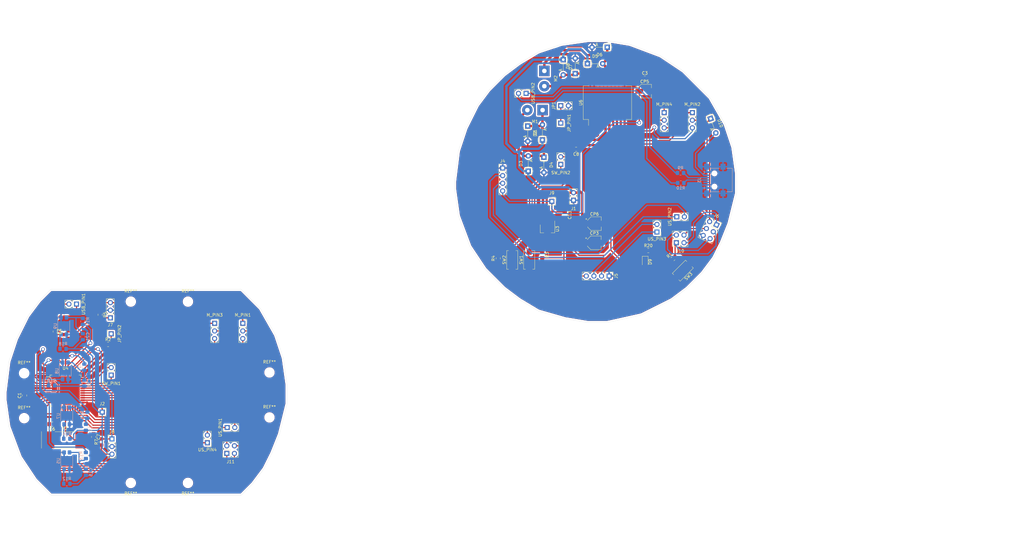
<source format=kicad_pcb>
(kicad_pcb (version 20171130) (host pcbnew "(5.1.2)-2")
  (layers (0 F.Cu signal) (31 B.Cu signal) (34 B.Paste user) (35 F.Paste user) (36 B.SilkS user) (37 F.SilkS user) (38 B.Mask user) (39 F.Mask user) (44 Edge.Cuts user))
  (net 0 "")
  (net 1 RST)
  (net 2 GND)
  (net 3 +5V)
  (net 4 "Net-(C15-Pad2)")
  (net 5 "Net-(C17-Pad2)")
  (net 6 "Net-(C18-Pad2)")
  (net 7 "Net-(C21-Pad2)")
  (net 8 "Net-(D1-Pad2)")
  (net 9 "Net-(D3-Pad2)")
  (net 10 "Net-(D5-Pad2)")
  (net 11 "Net-(D7-Pad2)")
  (net 12 "Net-(D9-Pad1)")
  (net 13 "Net-(J3-Pad2)")
  (net 14 "Net-(J3-Pad3)")
  (net 15 "Net-(J3-Pad4)")
  (net 16 US1_OUT)
  (net 17 US1_IN)
  (net 18 US2_IN)
  (net 19 US2_OUT)
  (net 20 H2)
  (net 21 H1)
  (net 22 "Net-(R12-Pad2)")
  (net 23 S1)
  (net 24 "Net-(R14-Pad2)")
  (net 25 S2)
  (net 26 "Net-(R16-Pad2)")
  (net 27 S3)
  (net 28 "Net-(R18-Pad2)")
  (net 29 S4)
  (net 30 EnA)
  (net 31 EnB)
  (net 32 "Net-(U4-Pad22)")
  (net 33 M2IN2)
  (net 34 M2IN1)
  (net 35 M1IN2)
  (net 36 M1IN1)
  (net 37 "Net-(U4-Pad42)")
  (net 38 "Net-(U6-Pad3)")
  (net 39 "Net-(U6-Pad18)")
  (net 40 5V)
  (net 41 USB--)
  (net 42 USB++)
  (net 43 US1P_IN)
  (net 44 US1P_OUT)
  (net 45 US2P_IN)
  (net 46 US2P_OUT)
  (net 47 USB-)
  (net 48 USB+)
  (net 49 EnA_B)
  (net 50 M1IN2_B)
  (net 51 M1IN1_B)
  (net 52 M2IN1_B)
  (net 53 M2IN2_B)
  (net 54 EnB_B)
  (net 55 +7.5V)
  (net 56 "Net-(SW_PIN1-Pad1)")
  (net 57 "Net-(SW_PIN1-Pad2)")
  (net 58 "Net-(C1-Pad1)")
  (net 59 CRYSTAL2)
  (net 60 CRYSTAL1)
  (net 61 MOSI)
  (net 62 SCK)
  (net 63 MISO)
  (net 64 RST_B)
  (net 65 SCK_B)
  (net 66 MOSI_B)
  (net 67 MISO_B)
  (net 68 HWB)
  (net 69 "Net-(U4-Pad12)")
  (net 70 "Net-(U4-Pad8)")
  (net 71 "Net-(U4-Pad1)")
  (net 72 "Net-(JP1-Pad1)")
  (net 73 "Net-(R3-Pad1)")
  (net 74 "Net-(R4-Pad2)")
  (net 75 "Net-(D10-Pad2)")
  (module Connector_PinSocket_2.54mm:PinSocket_1x01_P2.54mm_Vertical (layer F.Cu) (at 204.0255 68.6435 270)
    (fp_text reference JP_PIN1 (at 0 -2.77 90) (layer F.SilkS))
    (fp_text value Conn_01x01)
    (pad 1 thru_hole rect (at 0 0 270) (size 1.7 1.7) (drill 1) (layers *.Cu *.Mask) (net 72 "Net-(JP1-Pad1)"))
  )
  (module Capacitor_SMD:C_0805_2012Metric_Pad1.15x1.40mm_HandSolder (layer F.Cu) (at 25.2476 159.4649 90)
    (fp_text reference C1 (at 0 -1.65 90) (layer F.SilkS))
    (fp_text value 1u)
    (pad 1 smd roundrect (at -1.025 0 90) (size 1.15 1.4) (layers F.Cu F.Paste F.Mask) (roundrect_rratio 0.217391) (net 58 "Net-(C1-Pad1)"))
    (pad 2 smd roundrect (at 1.025 0 90) (size 1.15 1.4) (layers F.Cu F.Paste F.Mask) (roundrect_rratio 0.217391) (net 2 GND))
  )
  (module MountingHole:MountingHole_2.5mm (layer F.Cu) (at 79.7306 188.6204 180)
    (fp_text reference REF** (at 0 -3.5) (layer F.SilkS))
    (fp_text value MountingHole_2.5mm)
    (pad 1 np_thru_hole circle (at 0 0 180) (size 2.5 2.5) (drill 2.5) (layers *.Cu *.Mask))
  )
  (module MountingHole:MountingHole_2.5mm (layer F.Cu) (at 60.6806 188.6204 180)
    (fp_text reference REF** (at 0 -3.5) (layer F.SilkS))
    (fp_text value MountingHole_2.5mm)
    (pad 1 np_thru_hole circle (at 0 0 180) (size 2.5 2.5) (drill 2.5) (layers *.Cu *.Mask))
  )
  (module MountingHole:MountingHole_2.5mm (layer F.Cu) (at 60.6806 128.1684)
    (fp_text reference REF** (at 0 -3.5) (layer F.SilkS))
    (fp_text value MountingHole_2.5mm)
    (pad 1 np_thru_hole circle (at 0 0) (size 2.5 2.5) (drill 2.5) (layers *.Cu *.Mask))
  )
  (module MountingHole:MountingHole_2.5mm (layer F.Cu) (at 79.7306 128.1684)
    (fp_text reference REF** (at 0 -3.5) (layer F.SilkS))
    (fp_text value MountingHole_2.5mm)
    (pad 1 np_thru_hole circle (at 0 0) (size 2.5 2.5) (drill 2.5) (layers *.Cu *.Mask))
  )
  (module MountingHole:MountingHole_2.5mm (layer F.Cu) (at 106.9086 151.7904)
    (fp_text reference REF** (at 0 -3.5) (layer F.SilkS))
    (fp_text value MountingHole_2.5mm)
    (pad 1 np_thru_hole circle (at 0 0) (size 2.5 2.5) (drill 2.5) (layers *.Cu *.Mask))
  )
  (module MountingHole:MountingHole_2.5mm (layer F.Cu) (at 106.9086 166.7764)
    (fp_text reference REF** (at 0 -3.5) (layer F.SilkS))
    (fp_text value MountingHole_2.5mm)
    (pad 1 np_thru_hole circle (at 0 0) (size 2.5 2.5) (drill 2.5) (layers *.Cu *.Mask))
  )
  (module MountingHole:MountingHole_2.5mm (layer F.Cu) (at 25.1206 167.0304)
    (fp_text reference REF** (at 0 -3.5) (layer F.SilkS))
    (fp_text value MountingHole_2.5mm)
    (pad 1 np_thru_hole circle (at 0 0) (size 2.5 2.5) (drill 2.5) (layers *.Cu *.Mask))
  )
  (module MountingHole:MountingHole_2.5mm (layer F.Cu) (at 25.1206 152.0444)
    (fp_text reference REF** (at 0 -3.5) (layer F.SilkS))
    (fp_text value MountingHole_2.5mm)
    (pad 1 np_thru_hole circle (at 0 0) (size 2.5 2.5) (drill 2.5) (layers *.Cu *.Mask))
  )
  (module OptoDevice:Everlight_ITR8307 (layer B.Cu) (at 39.3446 181.2544)
    (fp_text reference U5 (at -2.8 0 270) (layer B.SilkS) (effects (justify mirror)))
    (fp_text value ITR8307)
    (pad 4 smd roundrect (at 0.9 2.8) (size 1.2 1.4) (layers B.Cu B.Paste B.Mask) (roundrect_rratio 0.2) (net 2 GND))
    (pad 2 smd roundrect (at -0.9 2.8) (size 1.2 1.4) (layers B.Cu B.Paste B.Mask) (roundrect_rratio 0.2) (net 22 "Net-(R12-Pad2)"))
    (pad 1 smd roundrect (at -0.9 -2.8) (size 1.2 1.4) (layers B.Cu B.Paste B.Mask) (roundrect_rratio 0.2) (net 2 GND))
    (pad 3 smd roundrect (at 0.9 -2.8) (size 1.2 1.4) (layers B.Cu B.Paste B.Mask) (roundrect_rratio 0.2) (net 4 "Net-(C15-Pad2)"))
  )
  (module OptoDevice:Everlight_ITR8307 (layer B.Cu) (at 38.3286 136.2964)
    (fp_text reference U9 (at -2.799999 0 -90) (layer B.SilkS) (effects (justify mirror)))
    (fp_text value ITR8307)
    (pad 3 smd roundrect (at 0.9 -2.8) (size 1.2 1.4) (layers B.Cu B.Paste B.Mask) (roundrect_rratio 0.2) (net 7 "Net-(C21-Pad2)"))
    (pad 1 smd roundrect (at -0.9 -2.8) (size 1.2 1.4) (layers B.Cu B.Paste B.Mask) (roundrect_rratio 0.2) (net 2 GND))
    (pad 2 smd roundrect (at -0.9 2.8) (size 1.2 1.4) (layers B.Cu B.Paste B.Mask) (roundrect_rratio 0.2) (net 28 "Net-(R18-Pad2)"))
    (pad 4 smd roundrect (at 0.9 2.8) (size 1.2 1.4) (layers B.Cu B.Paste B.Mask) (roundrect_rratio 0.2) (net 2 GND))
  )
  (module OptoDevice:Everlight_ITR8307 (layer B.Cu) (at 38.8366 151.2824)
    (fp_text reference U8 (at -2.8 0 -90) (layer B.SilkS) (effects (justify mirror)))
    (fp_text value ITR8307)
    (pad 4 smd roundrect (at 0.9 2.8) (size 1.2 1.4) (layers B.Cu B.Paste B.Mask) (roundrect_rratio 0.2) (net 2 GND))
    (pad 2 smd roundrect (at -0.9 2.8) (size 1.2 1.4) (layers B.Cu B.Paste B.Mask) (roundrect_rratio 0.2) (net 26 "Net-(R16-Pad2)"))
    (pad 1 smd roundrect (at -0.9 -2.8) (size 1.2 1.4) (layers B.Cu B.Paste B.Mask) (roundrect_rratio 0.2) (net 2 GND))
    (pad 3 smd roundrect (at 0.9 -2.8) (size 1.2 1.4) (layers B.Cu B.Paste B.Mask) (roundrect_rratio 0.2) (net 6 "Net-(C18-Pad2)"))
  )
  (module OptoDevice:Everlight_ITR8307 (layer B.Cu) (at 39.3446 166.2684)
    (fp_text reference U7 (at -2.799999 0 270) (layer B.SilkS) (effects (justify mirror)))
    (fp_text value ITR8307)
    (pad 4 smd roundrect (at 0.9 2.8) (size 1.2 1.4) (layers B.Cu B.Paste B.Mask) (roundrect_rratio 0.2) (net 2 GND))
    (pad 2 smd roundrect (at -0.9 2.8) (size 1.2 1.4) (layers B.Cu B.Paste B.Mask) (roundrect_rratio 0.2) (net 24 "Net-(R14-Pad2)"))
    (pad 1 smd roundrect (at -0.9 -2.8) (size 1.2 1.4) (layers B.Cu B.Paste B.Mask) (roundrect_rratio 0.2) (net 2 GND))
    (pad 3 smd roundrect (at 0.9 -2.8) (size 1.2 1.4) (layers B.Cu B.Paste B.Mask) (roundrect_rratio 0.2) (net 5 "Net-(C17-Pad2)"))
  )
  (module Capacitor_SMD:C_0805_2012Metric_Pad1.15x1.40mm_HandSolder (layer B.Cu) (at 45.6946 185.0644 90)
    (fp_text reference C15 (at 0 1.65 270) (layer B.SilkS) (effects (justify mirror)))
    (fp_text value 10n)
    (pad 1 smd roundrect (at -1.025 0 90) (size 1.15 1.4) (layers B.Cu B.Paste B.Mask) (roundrect_rratio 0.217391) (net 40 5V))
    (pad 2 smd roundrect (at 1.025 0 90) (size 1.15 1.4) (layers B.Cu B.Paste B.Mask) (roundrect_rratio 0.217391) (net 4 "Net-(C15-Pad2)"))
  )
  (module Capacitor_SMD:C_0805_2012Metric_Pad1.15x1.40mm_HandSolder (layer B.Cu) (at 45.6946 170.0784 90)
    (fp_text reference C17 (at 0 1.65 270) (layer B.SilkS) (effects (justify mirror)))
    (fp_text value 10n)
    (pad 2 smd roundrect (at 1.025 0 90) (size 1.15 1.4) (layers B.Cu B.Paste B.Mask) (roundrect_rratio 0.217391) (net 5 "Net-(C17-Pad2)"))
    (pad 1 smd roundrect (at -1.025 0 90) (size 1.15 1.4) (layers B.Cu B.Paste B.Mask) (roundrect_rratio 0.217391) (net 40 5V))
  )
  (module Capacitor_SMD:C_0805_2012Metric_Pad1.15x1.40mm_HandSolder (layer B.Cu) (at 45.1866 155.3374 90)
    (fp_text reference C18 (at 0 1.65 270) (layer B.SilkS) (effects (justify mirror)))
    (fp_text value 10n)
    (pad 1 smd roundrect (at -1.025 0 90) (size 1.15 1.4) (layers B.Cu B.Paste B.Mask) (roundrect_rratio 0.217391) (net 40 5V))
    (pad 2 smd roundrect (at 1.025 0 90) (size 1.15 1.4) (layers B.Cu B.Paste B.Mask) (roundrect_rratio 0.217391) (net 6 "Net-(C18-Pad2)"))
  )
  (module Capacitor_SMD:C_0805_2012Metric_Pad1.15x1.40mm_HandSolder (layer B.Cu) (at 44.6786 139.8614 90)
    (fp_text reference C21 (at 0 1.65 270) (layer B.SilkS) (effects (justify mirror)))
    (fp_text value 10n)
    (pad 2 smd roundrect (at 1.025 0 90) (size 1.15 1.4) (layers B.Cu B.Paste B.Mask) (roundrect_rratio 0.217391) (net 7 "Net-(C21-Pad2)"))
    (pad 1 smd roundrect (at -1.025 0 90) (size 1.15 1.4) (layers B.Cu B.Paste B.Mask) (roundrect_rratio 0.217391) (net 40 5V))
  )
  (module Resistor_SMD:R_0805_2012Metric_Pad1.15x1.40mm_HandSolder (layer B.Cu) (at 39.3446 188.8744 180)
    (fp_text reference R12 (at 0 1.65 180) (layer B.SilkS) (effects (justify mirror)))
    (fp_text value 220)
    (pad 1 smd roundrect (at -1.025 0 180) (size 1.15 1.4) (layers B.Cu B.Paste B.Mask) (roundrect_rratio 0.217391) (net 40 5V))
    (pad 2 smd roundrect (at 1.025 0 180) (size 1.15 1.4) (layers B.Cu B.Paste B.Mask) (roundrect_rratio 0.217391) (net 22 "Net-(R12-Pad2)"))
  )
  (module Resistor_SMD:R_0805_2012Metric_Pad1.15x1.40mm_HandSolder (layer B.Cu) (at 45.6946 179.4764 270)
    (fp_text reference R13 (at 0 1.65 270) (layer B.SilkS) (effects (justify mirror)))
    (fp_text value 220)
    (pad 2 smd roundrect (at 1.025 0 270) (size 1.15 1.4) (layers B.Cu B.Paste B.Mask) (roundrect_rratio 0.217391) (net 4 "Net-(C15-Pad2)"))
    (pad 1 smd roundrect (at -1.025 0 270) (size 1.15 1.4) (layers B.Cu B.Paste B.Mask) (roundrect_rratio 0.217391) (net 23 S1))
  )
  (module Resistor_SMD:R_0805_2012Metric_Pad1.15x1.40mm_HandSolder (layer B.Cu) (at 39.3446 173.8884 180)
    (fp_text reference R14 (at 0 1.65 180) (layer B.SilkS) (effects (justify mirror)))
    (fp_text value 220)
    (pad 2 smd roundrect (at 1.025 0 180) (size 1.15 1.4) (layers B.Cu B.Paste B.Mask) (roundrect_rratio 0.217391) (net 24 "Net-(R14-Pad2)"))
    (pad 1 smd roundrect (at -1.025 0 180) (size 1.15 1.4) (layers B.Cu B.Paste B.Mask) (roundrect_rratio 0.217391) (net 40 5V))
  )
  (module Resistor_SMD:R_0805_2012Metric_Pad1.15x1.40mm_HandSolder (layer B.Cu) (at 46.2026 166.0144 270)
    (fp_text reference R15 (at 0 1.65 270) (layer B.SilkS) (effects (justify mirror)))
    (fp_text value 220)
    (pad 2 smd roundrect (at 1.025 0 270) (size 1.15 1.4) (layers B.Cu B.Paste B.Mask) (roundrect_rratio 0.217391) (net 5 "Net-(C17-Pad2)"))
    (pad 1 smd roundrect (at -1.025 0 270) (size 1.15 1.4) (layers B.Cu B.Paste B.Mask) (roundrect_rratio 0.217391) (net 25 S2))
  )
  (module Resistor_SMD:R_0805_2012Metric_Pad1.15x1.40mm_HandSolder (layer B.Cu) (at 34.2646 156.1084 180)
    (fp_text reference R16 (at 0 1.65 180) (layer B.SilkS) (effects (justify mirror)))
    (fp_text value 220)
    (pad 1 smd roundrect (at -1.025 0 180) (size 1.15 1.4) (layers B.Cu B.Paste B.Mask) (roundrect_rratio 0.217391) (net 40 5V))
    (pad 2 smd roundrect (at 1.025 0 180) (size 1.15 1.4) (layers B.Cu B.Paste B.Mask) (roundrect_rratio 0.217391) (net 26 "Net-(R16-Pad2)"))
  )
  (module Resistor_SMD:R_0805_2012Metric_Pad1.15x1.40mm_HandSolder (layer B.Cu) (at 45.1866 150.0124 270)
    (fp_text reference R17 (at 0 1.65 270) (layer B.SilkS) (effects (justify mirror)))
    (fp_text value 220)
    (pad 2 smd roundrect (at 1.025 0 270) (size 1.15 1.4) (layers B.Cu B.Paste B.Mask) (roundrect_rratio 0.217391) (net 6 "Net-(C18-Pad2)"))
    (pad 1 smd roundrect (at -1.025 0 270) (size 1.15 1.4) (layers B.Cu B.Paste B.Mask) (roundrect_rratio 0.217391) (net 27 S3))
  )
  (module Resistor_SMD:R_0805_2012Metric_Pad1.15x1.40mm_HandSolder (layer B.Cu) (at 38.0836 143.9164 180)
    (fp_text reference R18 (at 0 1.65 180) (layer B.SilkS) (effects (justify mirror)))
    (fp_text value 220)
    (pad 1 smd roundrect (at -1.025 0 180) (size 1.15 1.4) (layers B.Cu B.Paste B.Mask) (roundrect_rratio 0.217391) (net 40 5V))
    (pad 2 smd roundrect (at 1.025 0 180) (size 1.15 1.4) (layers B.Cu B.Paste B.Mask) (roundrect_rratio 0.217391) (net 28 "Net-(R18-Pad2)"))
  )
  (module Resistor_SMD:R_0805_2012Metric_Pad1.15x1.40mm_HandSolder (layer B.Cu) (at 44.6786 134.7814 90)
    (fp_text reference R19 (at 0 1.65 270) (layer B.SilkS) (effects (justify mirror)))
    (fp_text value 220)
    (pad 1 smd roundrect (at -1.025 0 90) (size 1.15 1.4) (layers B.Cu B.Paste B.Mask) (roundrect_rratio 0.217391) (net 29 S4))
    (pad 2 smd roundrect (at 1.025 0 90) (size 1.15 1.4) (layers B.Cu B.Paste B.Mask) (roundrect_rratio 0.217391) (net 7 "Net-(C21-Pad2)"))
  )
  (module Capacitor_SMD:C_0805_2012Metric_Pad1.15x1.40mm_HandSolder (layer F.Cu) (at 38.3286 138.1469 90)
    (fp_text reference C2 (at 0 -1.65 90) (layer F.SilkS))
    (fp_text value 100n)
    (pad 2 smd roundrect (at 1.025 0 90) (size 1.15 1.4) (layers F.Cu F.Paste F.Mask) (roundrect_rratio 0.217391) (net 2 GND))
    (pad 1 smd roundrect (at -1.025 0 90) (size 1.15 1.4) (layers F.Cu F.Paste F.Mask) (roundrect_rratio 0.217391) (net 40 5V))
  )
  (module Capacitor_SMD:C_0805_2012Metric_Pad1.15x1.40mm_HandSolder (layer F.Cu) (at 232.0544 53.6448)
    (fp_text reference C3 (at 0 -1.65) (layer F.SilkS))
    (fp_text value 100n)
    (pad 1 smd roundrect (at -1.025 0) (size 1.15 1.4) (layers F.Cu F.Paste F.Mask) (roundrect_rratio 0.217391) (net 3 +5V))
    (pad 2 smd roundrect (at 1.025 0) (size 1.15 1.4) (layers F.Cu F.Paste F.Mask) (roundrect_rratio 0.217391) (net 2 GND))
  )
  (module Capacitor_SMD:C_0805_2012Metric_Pad1.15x1.40mm_HandSolder (layer F.Cu) (at 35.4711 138.1379 270)
    (fp_text reference C4 (at 0 -1.65 90) (layer F.SilkS))
    (fp_text value 100n)
    (pad 1 smd roundrect (at -1.025 0 270) (size 1.15 1.4) (layers F.Cu F.Paste F.Mask) (roundrect_rratio 0.217391) (net 2 GND))
    (pad 2 smd roundrect (at 1.025 0 270) (size 1.15 1.4) (layers F.Cu F.Paste F.Mask) (roundrect_rratio 0.217391) (net 40 5V))
  )
  (module Capacitor_SMD:C_0805_2012Metric_Pad1.15x1.40mm_HandSolder (layer F.Cu) (at 34.4842 169.0116 180)
    (fp_text reference C6 (at 0 -1.65) (layer F.SilkS))
    (fp_text value 22p)
    (pad 2 smd roundrect (at 1.025 0 180) (size 1.15 1.4) (layers F.Cu F.Paste F.Mask) (roundrect_rratio 0.217391) (net 2 GND))
    (pad 1 smd roundrect (at -1.025 0 180) (size 1.15 1.4) (layers F.Cu F.Paste F.Mask) (roundrect_rratio 0.217391) (net 59 CRYSTAL2))
  )
  (module Capacitor_SMD:C_0805_2012Metric_Pad1.15x1.40mm_HandSolder (layer F.Cu) (at 48.2854 173.2788 270)
    (fp_text reference C7 (at 0 -1.65 90) (layer F.SilkS))
    (fp_text value 22p)
    (pad 2 smd roundrect (at 1.025 0 270) (size 1.15 1.4) (layers F.Cu F.Paste F.Mask) (roundrect_rratio 0.217391) (net 60 CRYSTAL1))
    (pad 1 smd roundrect (at -1.025 0 270) (size 1.15 1.4) (layers F.Cu F.Paste F.Mask) (roundrect_rratio 0.217391) (net 2 GND))
  )
  (module Capacitor_SMD:C_0805_2012Metric_Pad1.15x1.40mm_HandSolder (layer F.Cu) (at 209.1436 77.3684 180)
    (fp_text reference C8 (at 0 -1.65) (layer F.SilkS))
    (fp_text value 100n)
    (pad 2 smd roundrect (at 1.025 0 180) (size 1.15 1.4) (layers F.Cu F.Paste F.Mask) (roundrect_rratio 0.217391) (net 2 GND))
    (pad 1 smd roundrect (at -1.025 0 180) (size 1.15 1.4) (layers F.Cu F.Paste F.Mask) (roundrect_rratio 0.217391) (net 55 +7.5V))
  )
  (module Capacitor_SMD:C_0805_2012Metric_Pad1.15x1.40mm_HandSolder (layer F.Cu) (at 205.359 99.2886 270)
    (fp_text reference C13 (at 0 -1.65 90) (layer F.SilkS))
    (fp_text value 100n)
    (pad 1 smd roundrect (at -1.025 0 270) (size 1.15 1.4) (layers F.Cu F.Paste F.Mask) (roundrect_rratio 0.217391) (net 3 +5V))
    (pad 2 smd roundrect (at 1.025 0 270) (size 1.15 1.4) (layers F.Cu F.Paste F.Mask) (roundrect_rratio 0.217391) (net 2 GND))
  )
  (module Capacitor_SMD:CP_Elec_4x5.3 (layer F.Cu) (at 215.2142 108.5596)
    (fp_text reference CP3 (at 0 -3.2) (layer F.SilkS))
    (fp_text value 10uF)
    (pad 2 smd roundrect (at 1.8 0) (size 2.6 1.6) (layers F.Cu F.Paste F.Mask) (roundrect_rratio 0.15625) (net 2 GND))
    (pad 1 smd roundrect (at -1.8 0) (size 2.6 1.6) (layers F.Cu F.Paste F.Mask) (roundrect_rratio 0.15625) (net 55 +7.5V))
  )
  (module Capacitor_SMD:CP_Elec_4x5.3 (layer F.Cu) (at 232.0036 58.0136)
    (fp_text reference CP5 (at 0 -3.2) (layer F.SilkS))
    (fp_text value 100uF)
    (pad 1 smd roundrect (at -1.8 0) (size 2.6 1.6) (layers F.Cu F.Paste F.Mask) (roundrect_rratio 0.15625) (net 3 +5V))
    (pad 2 smd roundrect (at 1.8 0) (size 2.6 1.6) (layers F.Cu F.Paste F.Mask) (roundrect_rratio 0.15625) (net 2 GND))
  )
  (module Capacitor_SMD:CP_Elec_4x5.3 (layer F.Cu) (at 215.265 102.1842)
    (fp_text reference CP6 (at 0 -3.2) (layer F.SilkS))
    (fp_text value 100uF)
    (pad 1 smd roundrect (at -1.8 0) (size 2.6 1.6) (layers F.Cu F.Paste F.Mask) (roundrect_rratio 0.15625) (net 55 +7.5V))
    (pad 2 smd roundrect (at 1.8 0) (size 2.6 1.6) (layers F.Cu F.Paste F.Mask) (roundrect_rratio 0.15625) (net 2 GND))
  )
  (module Diode_THT:D_A-405_P5.08mm_Vertical_AnodeUp (layer F.Cu) (at 197.9168 74.2696 90)
    (fp_text reference D1 (at 2.54 -2.47 90) (layer F.SilkS))
    (fp_text value D)
    (fp_text user A (at 3.48 0.9 90) (layer F.SilkS))
    (pad 1 thru_hole rect (at 0 0 90) (size 1.8 1.8) (drill 0.9) (layers *.Cu *.Mask) (net 55 +7.5V))
    (pad 2 thru_hole oval (at 5.08 0 90) (size 1.8 1.8) (drill 0.9) (layers *.Cu *.Mask) (net 8 "Net-(D1-Pad2)"))
  )
  (module Diode_THT:D_A-405_P5.08mm_Vertical_AnodeUp (layer F.Cu) (at 193.0273 69.6341 270)
    (fp_text reference D2 (at 2.54 -2.47 90) (layer F.SilkS))
    (fp_text value D)
    (fp_text user A (at 3.48 0.9 90) (layer F.SilkS))
    (pad 1 thru_hole rect (at 0 0 270) (size 1.8 1.8) (drill 0.9) (layers *.Cu *.Mask) (net 8 "Net-(D1-Pad2)"))
    (pad 2 thru_hole oval (at 5.08 0 270) (size 1.8 1.8) (drill 0.9) (layers *.Cu *.Mask) (net 2 GND))
  )
  (module Diode_THT:D_A-405_P5.08mm_Vertical_AnodeUp (layer F.Cu) (at 193.1924 84.6709 90)
    (fp_text reference D3 (at 2.54 -2.47 90) (layer F.SilkS))
    (fp_text value D)
    (fp_text user A (at 3.48 0.9 90) (layer F.SilkS))
    (pad 2 thru_hole oval (at 5.08 0 90) (size 1.8 1.8) (drill 0.9) (layers *.Cu *.Mask) (net 9 "Net-(D3-Pad2)"))
    (pad 1 thru_hole rect (at 0 0 90) (size 1.8 1.8) (drill 0.9) (layers *.Cu *.Mask) (net 55 +7.5V))
  )
  (module Diode_THT:D_A-405_P5.08mm_Vertical_AnodeUp (layer F.Cu) (at 198.3994 80.0354 270)
    (fp_text reference D4 (at 2.54 -2.47 90) (layer F.SilkS))
    (fp_text value D)
    (fp_text user A (at 3.48 0.9 90) (layer F.SilkS))
    (pad 2 thru_hole oval (at 5.08 0 270) (size 1.8 1.8) (drill 0.9) (layers *.Cu *.Mask) (net 2 GND))
    (pad 1 thru_hole rect (at 0 0 270) (size 1.8 1.8) (drill 0.9) (layers *.Cu *.Mask) (net 9 "Net-(D3-Pad2)"))
  )
  (module Diode_THT:D_A-405_P5.08mm_Vertical_AnodeUp (layer F.Cu) (at 212.9155 48.8315)
    (fp_text reference D5 (at 2.54 -2.47) (layer F.SilkS))
    (fp_text value D)
    (fp_text user A (at 3.48 0.9) (layer F.SilkS))
    (pad 1 thru_hole rect (at 0 0) (size 1.8 1.8) (drill 0.9) (layers *.Cu *.Mask) (net 55 +7.5V))
    (pad 2 thru_hole oval (at 5.08 0) (size 1.8 1.8) (drill 0.9) (layers *.Cu *.Mask) (net 10 "Net-(D5-Pad2)"))
  )
  (module Diode_THT:D_A-405_P5.08mm_Vertical_AnodeUp (layer F.Cu) (at 219.5195 43.3705 180)
    (fp_text reference D6 (at 2.54 -2.47) (layer F.SilkS))
    (fp_text value D)
    (fp_text user A (at 3.48 0.9) (layer F.SilkS))
    (pad 1 thru_hole rect (at 0 0 180) (size 1.8 1.8) (drill 0.9) (layers *.Cu *.Mask) (net 10 "Net-(D5-Pad2)"))
    (pad 2 thru_hole oval (at 5.08 0 180) (size 1.8 1.8) (drill 0.9) (layers *.Cu *.Mask) (net 2 GND))
  )
  (module Diode_THT:D_A-405_P5.08mm_Vertical_AnodeUp (layer F.Cu) (at 204.851 47.498 270)
    (fp_text reference D7 (at 2.54 -2.47 90) (layer F.SilkS))
    (fp_text value D)
    (fp_text user A (at 3.48 0.9 90) (layer F.SilkS))
    (pad 2 thru_hole oval (at 5.08 0 270) (size 1.8 1.8) (drill 0.9) (layers *.Cu *.Mask) (net 11 "Net-(D7-Pad2)"))
    (pad 1 thru_hole rect (at 0 0 270) (size 1.8 1.8) (drill 0.9) (layers *.Cu *.Mask) (net 55 +7.5V))
  )
  (module Diode_THT:D_A-405_P5.08mm_Vertical_AnodeUp (layer F.Cu) (at 208.8515 52.1335 90)
    (fp_text reference D8 (at 2.54 -2.47 90) (layer F.SilkS))
    (fp_text value D)
    (fp_text user A (at 3.48 0.9 90) (layer F.SilkS))
    (pad 2 thru_hole oval (at 5.08 0 90) (size 1.8 1.8) (drill 0.9) (layers *.Cu *.Mask) (net 2 GND))
    (pad 1 thru_hole rect (at 0 0 90) (size 1.8 1.8) (drill 0.9) (layers *.Cu *.Mask) (net 11 "Net-(D7-Pad2)"))
  )
  (module LED_SMD:LED_0805_2012Metric_Pad1.15x1.40mm_HandSolder (layer F.Cu) (at 232.1814 114.9186 270)
    (fp_text reference D9 (at 0 -1.65 90) (layer F.SilkS))
    (fp_text value LED)
    (pad 1 smd roundrect (at -1.025 0 270) (size 1.15 1.4) (layers F.Cu F.Paste F.Mask) (roundrect_rratio 0.217391) (net 12 "Net-(D9-Pad1)"))
    (pad 2 smd roundrect (at 1.025 0 270) (size 1.15 1.4) (layers F.Cu F.Paste F.Mask) (roundrect_rratio 0.217391) (net 3 +5V))
  )
  (module Connector_PinSocket_2.54mm:PinSocket_1x01_P2.54mm_Vertical (layer F.Cu) (at 51.1556 164.9984)
    (fp_text reference J2 (at 0 -2.77) (layer F.SilkS))
    (fp_text value Conn_01x01)
    (pad 1 thru_hole rect (at 0 0) (size 1.7 1.7) (drill 1) (layers *.Cu *.Mask) (net 40 5V))
  )
  (module Connector_USB:USB_Mini-B_Lumberg_2486_01_Horizontal (layer B.Cu) (at 255.27 87.63 270)
    (fp_text reference J3 (at 0 5 270) (layer B.SilkS) (effects (justify mirror)))
    (fp_text value USB_B_Mini)
    (pad 1 smd rect (at -1.6 2.7 270) (size 0.5 2) (layers B.Cu B.Paste B.Mask) (net 75 "Net-(D10-Pad2)"))
    (pad 2 smd rect (at -0.8 2.7 270) (size 0.5 2) (layers B.Cu B.Paste B.Mask) (net 13 "Net-(J3-Pad2)"))
    (pad 3 smd rect (at 0 2.7 270) (size 0.5 2) (layers B.Cu B.Paste B.Mask) (net 14 "Net-(J3-Pad3)"))
    (pad 4 smd rect (at 0.8 2.7 270) (size 0.5 2) (layers B.Cu B.Paste B.Mask) (net 15 "Net-(J3-Pad4)"))
    (pad 5 smd rect (at 1.6 2.7 270) (size 0.5 2) (layers B.Cu B.Paste B.Mask) (net 2 GND))
    (pad 6 smd rect (at -4.45 2.6 270) (size 2 1.7) (layers B.Cu B.Paste B.Mask) (net 2 GND))
    (pad 6 smd rect (at -4.45 -2.85 270) (size 2 1.7) (layers B.Cu B.Paste B.Mask) (net 2 GND))
    (pad 6 smd rect (at 4.45 2.6 270) (size 2 1.7) (layers B.Cu B.Paste B.Mask) (net 2 GND))
    (pad 6 smd rect (at 4.45 -2.85 270) (size 2 1.7) (layers B.Cu B.Paste B.Mask) (net 2 GND))
    (pad "" np_thru_hole circle (at -2.2 0 270) (size 1 1) (drill 1) (layers *.Cu *.Mask))
    (pad "" np_thru_hole circle (at 2.2 0 270) (size 1 1) (drill 1) (layers *.Cu *.Mask))
  )
  (module Connector_PinHeader_2.54mm:PinHeader_1x04_P2.54mm_Vertical (layer F.Cu) (at 184.658 83.6295)
    (fp_text reference J4 (at 0 -2.33) (layer F.SilkS))
    (fp_text value Conn_01x04_Female)
    (pad 4 thru_hole oval (at 0 7.62) (size 1.7 1.7) (drill 1) (layers *.Cu *.Mask) (net 3 +5V))
    (pad 3 thru_hole oval (at 0 5.08) (size 1.7 1.7) (drill 1) (layers *.Cu *.Mask) (net 17 US1_IN))
    (pad 2 thru_hole oval (at 0 2.54) (size 1.7 1.7) (drill 1) (layers *.Cu *.Mask) (net 16 US1_OUT))
    (pad 1 thru_hole rect (at 0 0) (size 1.7 1.7) (drill 1) (layers *.Cu *.Mask) (net 2 GND))
  )
  (module Connector_PinHeader_2.54mm:PinHeader_1x04_P2.54mm_Vertical (layer F.Cu) (at 220.1545 119.634 270)
    (fp_text reference J5 (at 0 -2.33 90) (layer F.SilkS))
    (fp_text value Conn_01x04_Female)
    (pad 1 thru_hole rect (at 0 0 270) (size 1.7 1.7) (drill 1) (layers *.Cu *.Mask) (net 2 GND))
    (pad 2 thru_hole oval (at 0 2.54 270) (size 1.7 1.7) (drill 1) (layers *.Cu *.Mask) (net 19 US2_OUT))
    (pad 3 thru_hole oval (at 0 5.08 270) (size 1.7 1.7) (drill 1) (layers *.Cu *.Mask) (net 18 US2_IN))
    (pad 4 thru_hole oval (at 0 7.62 270) (size 1.7 1.7) (drill 1) (layers *.Cu *.Mask) (net 3 +5V))
  )
  (module Connector_PinSocket_2.54mm:PinSocket_2x03_P2.54mm_Vertical (layer F.Cu) (at 255.9558 102.5652 335)
    (fp_text reference J6 (at -1.27 -2.77 155) (layer F.SilkS))
    (fp_text value AVR-ISP-6)
    (pad 1 thru_hole rect (at 0 0 335) (size 1.7 1.7) (drill 1) (layers *.Cu *.Mask) (net 63 MISO))
    (pad 2 thru_hole oval (at -2.54 0 335) (size 1.7 1.7) (drill 1) (layers *.Cu *.Mask) (net 3 +5V))
    (pad 3 thru_hole oval (at 0 2.54 335) (size 1.7 1.7) (drill 1) (layers *.Cu *.Mask) (net 62 SCK))
    (pad 4 thru_hole oval (at -2.54 2.54 335) (size 1.7 1.7) (drill 1) (layers *.Cu *.Mask) (net 61 MOSI))
    (pad 5 thru_hole oval (at 0 5.08 335) (size 1.7 1.7) (drill 1) (layers *.Cu *.Mask) (net 1 RST))
    (pad 6 thru_hole oval (at -2.54 5.08 335) (size 1.7 1.7) (drill 1) (layers *.Cu *.Mask) (net 2 GND))
  )
  (module Connector_PinHeader_2.54mm:PinHeader_1x03_P2.54mm_Vertical (layer F.Cu) (at 53.866099 133.582399 180)
    (fp_text reference J7 (at 0 -2.33) (layer F.SilkS))
    (fp_text value Conn_01x03_Female)
    (pad 3 thru_hole oval (at 0 5.08 180) (size 1.7 1.7) (drill 1) (layers *.Cu *.Mask) (net 40 5V))
    (pad 2 thru_hole oval (at 0 2.54 180) (size 1.7 1.7) (drill 1) (layers *.Cu *.Mask) (net 2 GND))
    (pad 1 thru_hole rect (at 0 0 180) (size 1.7 1.7) (drill 1) (layers *.Cu *.Mask) (net 20 H2))
  )
  (module Connector_PinHeader_2.54mm:PinHeader_1x03_P2.54mm_Vertical (layer F.Cu) (at 54.3941 173.9519)
    (fp_text reference J8 (at 0 -2.33) (layer F.SilkS))
    (fp_text value Conn_01x03_Female)
    (pad 1 thru_hole rect (at 0 0) (size 1.7 1.7) (drill 1) (layers *.Cu *.Mask) (net 21 H1))
    (pad 2 thru_hole oval (at 0 2.54) (size 1.7 1.7) (drill 1) (layers *.Cu *.Mask) (net 2 GND))
    (pad 3 thru_hole oval (at 0 5.08) (size 1.7 1.7) (drill 1) (layers *.Cu *.Mask) (net 40 5V))
  )
  (module Connector_PinSocket_2.54mm:PinSocket_1x01_P2.54mm_Vertical (layer F.Cu) (at 201.041 94.742)
    (fp_text reference J9 (at 0 -2.77) (layer F.SilkS))
    (fp_text value Conn_01x01)
    (pad 1 thru_hole rect (at 0 0) (size 1.7 1.7) (drill 1) (layers *.Cu *.Mask) (net 3 +5V))
  )
  (module Connector_PinSocket_2.54mm:PinSocket_2x02_P2.54mm_Vertical (layer F.Cu) (at 242.57 108.5215 180)
    (fp_text reference J10 (at -1.27 -2.77) (layer F.SilkS))
    (fp_text value Conn_01x04)
    (pad 1 thru_hole rect (at 0 0 180) (size 1.7 1.7) (drill 1) (layers *.Cu *.Mask) (net 1 RST))
    (pad 2 thru_hole oval (at -2.54 0 180) (size 1.7 1.7) (drill 1) (layers *.Cu *.Mask) (net 63 MISO))
    (pad 3 thru_hole oval (at 0 2.54 180) (size 1.7 1.7) (drill 1) (layers *.Cu *.Mask) (net 62 SCK))
    (pad 4 thru_hole oval (at -2.54 2.54 180) (size 1.7 1.7) (drill 1) (layers *.Cu *.Mask) (net 61 MOSI))
  )
  (module Connector_PinSocket_2.54mm:PinSocket_2x02_P2.54mm_Vertical (layer F.Cu) (at 92.6846 178.7779 180)
    (fp_text reference J11 (at -1.27 -2.77) (layer F.SilkS))
    (fp_text value Conn_01x04)
    (pad 4 thru_hole oval (at -2.54 2.54 180) (size 1.7 1.7) (drill 1) (layers *.Cu *.Mask) (net 66 MOSI_B))
    (pad 3 thru_hole oval (at 0 2.54 180) (size 1.7 1.7) (drill 1) (layers *.Cu *.Mask) (net 65 SCK_B))
    (pad 2 thru_hole oval (at -2.54 0 180) (size 1.7 1.7) (drill 1) (layers *.Cu *.Mask) (net 67 MISO_B))
    (pad 1 thru_hole rect (at 0 0 180) (size 1.7 1.7) (drill 1) (layers *.Cu *.Mask) (net 64 RST_B))
  )
  (module Connector_PinHeader_2.54mm:PinHeader_1x02_P2.54mm_Vertical (layer F.Cu) (at 204.0128 62.8396 90)
    (fp_text reference JP1 (at 0 -2.33 90) (layer F.SilkS))
    (fp_text value Jumper)
    (pad 1 thru_hole rect (at 0 0 90) (size 1.7 1.7) (drill 1) (layers *.Cu *.Mask) (net 72 "Net-(JP1-Pad1)"))
    (pad 2 thru_hole oval (at 0 2.54 90) (size 1.7 1.7) (drill 1) (layers *.Cu *.Mask) (net 2 GND))
  )
  (module Connector_PinSocket_2.54mm:PinSocket_1x01_P2.54mm_Vertical (layer F.Cu) (at 54.1401 138.8999 270)
    (fp_text reference JP_PIN2 (at 0 -2.77 90) (layer F.SilkS))
    (fp_text value Conn_01x01)
    (pad 1 thru_hole rect (at 0 0 270) (size 1.7 1.7) (drill 1) (layers *.Cu *.Mask) (net 68 HWB))
  )
  (module Connector_Wire:SolderWirePad_1x02_P5.08mm_Drill1.5mm (layer F.Cu) (at 197.9676 64.3128 180)
    (fp_text reference M1 (at 2.54 -3.81) (layer F.SilkS))
    (fp_text value Motor_DC)
    (pad 2 thru_hole circle (at 5.08 0 180) (size 3.50012 3.50012) (drill 1.50114) (layers *.Cu *.Mask) (net 9 "Net-(D3-Pad2)"))
    (pad 1 thru_hole rect (at 0 0 180) (size 3.50012 3.50012) (drill 1.50114) (layers *.Cu *.Mask) (net 8 "Net-(D1-Pad2)"))
  )
  (module Connector_Wire:SolderWirePad_1x02_P5.08mm_Drill1.5mm (layer F.Cu) (at 198.5518 51.2572 270)
    (fp_text reference M2 (at 2.54 -3.81 90) (layer F.SilkS))
    (fp_text value Motor_DC)
    (pad 1 thru_hole rect (at 0 0 270) (size 3.50012 3.50012) (drill 1.50114) (layers *.Cu *.Mask) (net 10 "Net-(D5-Pad2)"))
    (pad 2 thru_hole circle (at 5.08 0 270) (size 3.50012 3.50012) (drill 1.50114) (layers *.Cu *.Mask) (net 11 "Net-(D7-Pad2)"))
  )
  (module Connector_PinSocket_2.54mm:PinSocket_1x03_P2.54mm_Vertical (layer F.Cu) (at 98.0186 135.4074)
    (fp_text reference M_PIN1 (at 0 -2.77) (layer F.SilkS))
    (fp_text value Conn_01x03)
    (pad 3 thru_hole oval (at 0 5.08) (size 1.7 1.7) (drill 1) (layers *.Cu *.Mask) (net 50 M1IN2_B))
    (pad 2 thru_hole oval (at 0 2.54) (size 1.7 1.7) (drill 1) (layers *.Cu *.Mask) (net 51 M1IN1_B))
    (pad 1 thru_hole rect (at 0 0) (size 1.7 1.7) (drill 1) (layers *.Cu *.Mask) (net 49 EnA_B))
  )
  (module Connector_PinSocket_2.54mm:PinSocket_1x03_P2.54mm_Vertical (layer F.Cu) (at 247.904 65.151)
    (fp_text reference M_PIN2 (at 0 -2.77) (layer F.SilkS))
    (fp_text value Conn_01x03)
    (pad 1 thru_hole rect (at 0 0) (size 1.7 1.7) (drill 1) (layers *.Cu *.Mask) (net 30 EnA))
    (pad 2 thru_hole oval (at 0 2.54) (size 1.7 1.7) (drill 1) (layers *.Cu *.Mask) (net 36 M1IN1))
    (pad 3 thru_hole oval (at 0 5.08) (size 1.7 1.7) (drill 1) (layers *.Cu *.Mask) (net 35 M1IN2))
  )
  (module Connector_PinSocket_2.54mm:PinSocket_1x03_P2.54mm_Vertical (layer F.Cu) (at 88.6206 135.4074)
    (fp_text reference M_PIN3 (at 0 -2.77) (layer F.SilkS))
    (fp_text value Conn_01x03)
    (pad 1 thru_hole rect (at 0 0) (size 1.7 1.7) (drill 1) (layers *.Cu *.Mask) (net 54 EnB_B))
    (pad 2 thru_hole oval (at 0 2.54) (size 1.7 1.7) (drill 1) (layers *.Cu *.Mask) (net 52 M2IN1_B))
    (pad 3 thru_hole oval (at 0 5.08) (size 1.7 1.7) (drill 1) (layers *.Cu *.Mask) (net 53 M2IN2_B))
  )
  (module Connector_PinSocket_2.54mm:PinSocket_1x03_P2.54mm_Vertical (layer F.Cu) (at 238.506 65.151)
    (fp_text reference M_PIN4 (at 0 -2.77) (layer F.SilkS))
    (fp_text value Conn_01x03)
    (pad 3 thru_hole oval (at 0 5.08) (size 1.7 1.7) (drill 1) (layers *.Cu *.Mask) (net 33 M2IN2))
    (pad 2 thru_hole oval (at 0 2.54) (size 1.7 1.7) (drill 1) (layers *.Cu *.Mask) (net 34 M2IN1))
    (pad 1 thru_hole rect (at 0 0) (size 1.7 1.7) (drill 1) (layers *.Cu *.Mask) (net 31 EnB))
  )
  (module Resistor_SMD:R_0805_2012Metric_Pad1.15x1.40mm_HandSolder (layer F.Cu) (at 241.427 113.8936 45)
    (fp_text reference R1 (at 0 -1.65 45) (layer F.SilkS))
    (fp_text value 10K)
    (pad 2 smd roundrect (at 1.025 0 45) (size 1.15 1.4) (layers F.Cu F.Paste F.Mask) (roundrect_rratio 0.217391) (net 1 RST))
    (pad 1 smd roundrect (at -1.025 0 45) (size 1.15 1.4) (layers F.Cu F.Paste F.Mask) (roundrect_rratio 0.217391) (net 3 +5V))
  )
  (module Resistor_SMD:R_0805_2012Metric_Pad1.15x1.40mm_HandSolder (layer F.Cu) (at 53.1151 142.4559)
    (fp_text reference R2 (at 0 -1.65) (layer F.SilkS))
    (fp_text value 1K)
    (pad 1 smd roundrect (at -1.025 0) (size 1.15 1.4) (layers F.Cu F.Paste F.Mask) (roundrect_rratio 0.217391) (net 40 5V))
    (pad 2 smd roundrect (at 1.025 0) (size 1.15 1.4) (layers F.Cu F.Paste F.Mask) (roundrect_rratio 0.217391) (net 68 HWB))
  )
  (module Resistor_SMD:R_0805_2012Metric_Pad1.15x1.40mm_HandSolder (layer F.Cu) (at 50.4571 132.5409 270)
    (fp_text reference R5 (at 0 -1.65 90) (layer F.SilkS))
    (fp_text value 1K)
    (pad 1 smd roundrect (at -1.025 0 270) (size 1.15 1.4) (layers F.Cu F.Paste F.Mask) (roundrect_rratio 0.217391) (net 40 5V))
    (pad 2 smd roundrect (at 1.025 0 270) (size 1.15 1.4) (layers F.Cu F.Paste F.Mask) (roundrect_rratio 0.217391) (net 20 H2))
  )
  (module Resistor_SMD:R_0805_2012Metric_Pad1.15x1.40mm_HandSolder (layer F.Cu) (at 50.8381 174.9679 90)
    (fp_text reference R7 (at 0 -1.65 90) (layer F.SilkS))
    (fp_text value 1K)
    (pad 2 smd roundrect (at 1.025 0 90) (size 1.15 1.4) (layers F.Cu F.Paste F.Mask) (roundrect_rratio 0.217391) (net 21 H1))
    (pad 1 smd roundrect (at -1.025 0 90) (size 1.15 1.4) (layers F.Cu F.Paste F.Mask) (roundrect_rratio 0.217391) (net 40 5V))
  )
  (module Resistor_SMD:R_0805_2012Metric_Pad1.15x1.40mm_HandSolder (layer B.Cu) (at 243.958 85.2678 180)
    (fp_text reference R9 (at 0 1.65) (layer B.SilkS) (effects (justify mirror)))
    (fp_text value 22)
    (pad 1 smd roundrect (at -1.025 0 180) (size 1.15 1.4) (layers B.Cu B.Paste B.Mask) (roundrect_rratio 0.217391) (net 13 "Net-(J3-Pad2)"))
    (pad 2 smd roundrect (at 1.025 0 180) (size 1.15 1.4) (layers B.Cu B.Paste B.Mask) (roundrect_rratio 0.217391) (net 41 USB--))
  )
  (module Resistor_SMD:R_0805_2012Metric_Pad1.15x1.40mm_HandSolder (layer B.Cu) (at 244.0342 88.6206)
    (fp_text reference R10 (at 0 1.65) (layer B.SilkS) (effects (justify mirror)))
    (fp_text value 22)
    (pad 1 smd roundrect (at -1.025 0) (size 1.15 1.4) (layers B.Cu B.Paste B.Mask) (roundrect_rratio 0.217391) (net 42 USB++))
    (pad 2 smd roundrect (at 1.025 0) (size 1.15 1.4) (layers B.Cu B.Paste B.Mask) (roundrect_rratio 0.217391) (net 14 "Net-(J3-Pad3)"))
  )
  (module Resistor_SMD:R_0805_2012Metric_Pad1.15x1.40mm_HandSolder (layer F.Cu) (at 233.2064 111.1504)
    (fp_text reference R20 (at 0 -1.65) (layer F.SilkS))
    (fp_text value 1K)
    (pad 2 smd roundrect (at 1.025 0) (size 1.15 1.4) (layers F.Cu F.Paste F.Mask) (roundrect_rratio 0.217391) (net 2 GND))
    (pad 1 smd roundrect (at -1.025 0) (size 1.15 1.4) (layers F.Cu F.Paste F.Mask) (roundrect_rratio 0.217391) (net 12 "Net-(D9-Pad1)"))
  )
  (module Button_Switch_SMD:SW_SPST_EVQPE1 (layer F.Cu) (at 193.4718 114.2492 90)
    (fp_text reference SW1 (at 0 -2.65 90) (layer F.SilkS))
    (fp_text value SW_Push)
    (pad 1 smd rect (at -2.7 0 90) (size 2 1.6) (layers F.Cu F.Paste F.Mask) (net 2 GND))
    (pad 2 smd rect (at 2.7 0 90) (size 2 1.6) (layers F.Cu F.Paste F.Mask) (net 73 "Net-(R3-Pad1)"))
  )
  (module Button_Switch_SMD:SW_SPST_EVQPE1 (layer F.Cu) (at 187.833 114.2492 90)
    (fp_text reference SW2 (at 0 -2.65 90) (layer F.SilkS))
    (fp_text value SW_Push)
    (pad 2 smd rect (at 2.7 0 90) (size 2 1.6) (layers F.Cu F.Paste F.Mask) (net 74 "Net-(R4-Pad2)"))
    (pad 1 smd rect (at -2.7 0 90) (size 2 1.6) (layers F.Cu F.Paste F.Mask) (net 2 GND))
  )
  (module Button_Switch_SMD:SW_SPST_EVQPE1 (layer F.Cu) (at 244.729 117.856 225)
    (fp_text reference SW3 (at 0 -2.65 45) (layer F.SilkS))
    (fp_text value SW_Push)
    (pad 2 smd rect (at 2.7 0 225) (size 2 1.6) (layers F.Cu F.Paste F.Mask) (net 2 GND))
    (pad 1 smd rect (at -2.7 0 225) (size 2 1.6) (layers F.Cu F.Paste F.Mask) (net 1 RST))
  )
  (module Connector_PinSocket_2.54mm:PinSocket_1x02_P2.54mm_Vertical (layer F.Cu) (at 54.1401 152.6794 180)
    (fp_text reference SW_PIN1 (at 0 -2.77) (layer F.SilkS))
    (fp_text value Conn_01x02)
    (pad 2 thru_hole oval (at 0 2.54 180) (size 1.7 1.7) (drill 1) (layers *.Cu *.Mask) (net 57 "Net-(SW_PIN1-Pad2)"))
    (pad 1 thru_hole rect (at 0 0 180) (size 1.7 1.7) (drill 1) (layers *.Cu *.Mask) (net 56 "Net-(SW_PIN1-Pad1)"))
  )
  (module Connector_PinSocket_2.54mm:PinSocket_1x02_P2.54mm_Vertical (layer F.Cu) (at 204.0255 82.423 180)
    (fp_text reference SW_PIN2 (at 0 -2.77) (layer F.SilkS))
    (fp_text value Conn_01x02)
    (pad 1 thru_hole rect (at 0 0 180) (size 1.7 1.7) (drill 1) (layers *.Cu *.Mask) (net 74 "Net-(R4-Pad2)"))
    (pad 2 thru_hole oval (at 0 2.54 180) (size 1.7 1.7) (drill 1) (layers *.Cu *.Mask) (net 73 "Net-(R3-Pad1)"))
  )
  (module Package_TO_SOT_SMD:SOT-89-3_Handsoldering (layer F.Cu) (at 199.5932 103.4796 270)
    (fp_text reference U3 (at 0.45 -3.3 90) (layer F.SilkS))
    (fp_text value AMS1117-5.0)
    (pad 1 smd rect (at -1.98 -1.5 180) (size 1 2.5) (layers F.Cu F.Paste F.Mask) (net 3 +5V))
    (pad 2 smd rect (at -1.98 0 180) (size 1 2.5) (layers F.Cu F.Paste F.Mask) (net 2 GND))
    (pad 3 smd rect (at -1.98 1.5 180) (size 1 2.5) (layers F.Cu F.Paste F.Mask) (net 55 +7.5V))
    (pad 2 smd rect (at 1.98 0 180) (size 2 4) (layers F.Cu F.Paste F.Mask) (net 2 GND))
    (pad 2 smd trapezoid (at -0.37 0) (size 1.5 0.75) (rect_delta 0 0.5) (layers F.Cu F.Paste F.Mask) (net 2 GND))
  )
  (module Package_QFP:TQFP-44_10x10mm_P0.8mm (layer F.Cu) (at 38.9001 157.8229)
    (fp_text reference U4 (at 0 -7.45) (layer F.SilkS))
    (fp_text value ATMEGA32U4-AU)
    (pad 1 smd rect (at -5.7 -4) (size 1.5 0.55) (layers F.Cu F.Paste F.Mask) (net 71 "Net-(U4-Pad1)"))
    (pad 2 smd rect (at -5.7 -3.2) (size 1.5 0.55) (layers F.Cu F.Paste F.Mask) (net 40 5V))
    (pad 3 smd rect (at -5.7 -2.4) (size 1.5 0.55) (layers F.Cu F.Paste F.Mask) (net 47 USB-))
    (pad 4 smd rect (at -5.7 -1.6) (size 1.5 0.55) (layers F.Cu F.Paste F.Mask) (net 48 USB+))
    (pad 5 smd rect (at -5.7 -0.8) (size 1.5 0.55) (layers F.Cu F.Paste F.Mask) (net 2 GND))
    (pad 6 smd rect (at -5.7 0) (size 1.5 0.55) (layers F.Cu F.Paste F.Mask) (net 58 "Net-(C1-Pad1)"))
    (pad 7 smd rect (at -5.7 0.8) (size 1.5 0.55) (layers F.Cu F.Paste F.Mask) (net 40 5V))
    (pad 8 smd rect (at -5.7 1.6) (size 1.5 0.55) (layers F.Cu F.Paste F.Mask) (net 70 "Net-(U4-Pad8)"))
    (pad 9 smd rect (at -5.7 2.4) (size 1.5 0.55) (layers F.Cu F.Paste F.Mask) (net 65 SCK_B))
    (pad 10 smd rect (at -5.7 3.2) (size 1.5 0.55) (layers F.Cu F.Paste F.Mask) (net 66 MOSI_B))
    (pad 11 smd rect (at -5.7 4) (size 1.5 0.55) (layers F.Cu F.Paste F.Mask) (net 67 MISO_B))
    (pad 12 smd rect (at -4 5.7 90) (size 1.5 0.55) (layers F.Cu F.Paste F.Mask) (net 69 "Net-(U4-Pad12)"))
    (pad 13 smd rect (at -3.2 5.7 90) (size 1.5 0.55) (layers F.Cu F.Paste F.Mask) (net 64 RST_B))
    (pad 14 smd rect (at -2.4 5.7 90) (size 1.5 0.55) (layers F.Cu F.Paste F.Mask) (net 40 5V))
    (pad 15 smd rect (at -1.6 5.7 90) (size 1.5 0.55) (layers F.Cu F.Paste F.Mask) (net 2 GND))
    (pad 16 smd rect (at -0.8 5.7 90) (size 1.5 0.55) (layers F.Cu F.Paste F.Mask) (net 59 CRYSTAL2))
    (pad 17 smd rect (at 0 5.7 90) (size 1.5 0.55) (layers F.Cu F.Paste F.Mask) (net 60 CRYSTAL1))
    (pad 18 smd rect (at 0.8 5.7 90) (size 1.5 0.55) (layers F.Cu F.Paste F.Mask) (net 46 US2P_OUT))
    (pad 19 smd rect (at 1.6 5.7 90) (size 1.5 0.55) (layers F.Cu F.Paste F.Mask) (net 45 US2P_IN))
    (pad 20 smd rect (at 2.4 5.7 90) (size 1.5 0.55) (layers F.Cu F.Paste F.Mask) (net 44 US1P_OUT))
    (pad 21 smd rect (at 3.2 5.7 90) (size 1.5 0.55) (layers F.Cu F.Paste F.Mask) (net 43 US1P_IN))
    (pad 22 smd rect (at 4 5.7 90) (size 1.5 0.55) (layers F.Cu F.Paste F.Mask) (net 32 "Net-(U4-Pad22)"))
    (pad 23 smd rect (at 5.7 4) (size 1.5 0.55) (layers F.Cu F.Paste F.Mask) (net 2 GND))
    (pad 24 smd rect (at 5.7 3.2) (size 1.5 0.55) (layers F.Cu F.Paste F.Mask) (net 40 5V))
    (pad 25 smd rect (at 5.7 2.4) (size 1.5 0.55) (layers F.Cu F.Paste F.Mask) (net 51 M1IN1_B))
    (pad 26 smd rect (at 5.7 1.6) (size 1.5 0.55) (layers F.Cu F.Paste F.Mask) (net 50 M1IN2_B))
    (pad 27 smd rect (at 5.7 0.8) (size 1.5 0.55) (layers F.Cu F.Paste F.Mask) (net 52 M2IN1_B))
    (pad 28 smd rect (at 5.7 0) (size 1.5 0.55) (layers F.Cu F.Paste F.Mask) (net 53 M2IN2_B))
    (pad 29 smd rect (at 5.7 -0.8) (size 1.5 0.55) (layers F.Cu F.Paste F.Mask) (net 54 EnB_B))
    (pad 30 smd rect (at 5.7 -1.6) (size 1.5 0.55) (layers F.Cu F.Paste F.Mask) (net 49 EnA_B))
    (pad 31 smd rect (at 5.7 -2.4) (size 1.5 0.55) (layers F.Cu F.Paste F.Mask) (net 56 "Net-(SW_PIN1-Pad1)"))
    (pad 32 smd rect (at 5.7 -3.2) (size 1.5 0.55) (layers F.Cu F.Paste F.Mask) (net 57 "Net-(SW_PIN1-Pad2)"))
    (pad 33 smd rect (at 5.7 -4) (size 1.5 0.55) (layers F.Cu F.Paste F.Mask) (net 68 HWB))
    (pad 34 smd rect (at 4 -5.7 90) (size 1.5 0.55) (layers F.Cu F.Paste F.Mask) (net 40 5V))
    (pad 35 smd rect (at 3.2 -5.7 90) (size 1.5 0.55) (layers F.Cu F.Paste F.Mask) (net 2 GND))
    (pad 36 smd rect (at 2.4 -5.7 90) (size 1.5 0.55) (layers F.Cu F.Paste F.Mask) (net 21 H1))
    (pad 37 smd rect (at 1.6 -5.7 90) (size 1.5 0.55) (layers F.Cu F.Paste F.Mask) (net 20 H2))
    (pad 38 smd rect (at 0.8 -5.7 90) (size 1.5 0.55) (layers F.Cu F.Paste F.Mask) (net 29 S4))
    (pad 39 smd rect (at 0 -5.7 90) (size 1.5 0.55) (layers F.Cu F.Paste F.Mask) (net 27 S3))
    (pad 40 smd rect (at -0.8 -5.7 90) (size 1.5 0.55) (layers F.Cu F.Paste F.Mask) (net 25 S2))
    (pad 41 smd rect (at -1.6 -5.7 90) (size 1.5 0.55) (layers F.Cu F.Paste F.Mask) (net 23 S1))
    (pad 42 smd rect (at -2.4 -5.7 90) (size 1.5 0.55) (layers F.Cu F.Paste F.Mask) (net 37 "Net-(U4-Pad42)"))
    (pad 43 smd rect (at -3.2 -5.7 90) (size 1.5 0.55) (layers F.Cu F.Paste F.Mask) (net 2 GND))
    (pad 44 smd rect (at -4 -5.7 90) (size 1.5 0.55) (layers F.Cu F.Paste F.Mask) (net 40 5V))
  )
  (module Package_SO:HSOP-20-1EP_11.0x15.9mm_P1.27mm_SlugUp (layer F.Cu) (at 219.583 61.849 90)
    (fp_text reference U6 (at 0 -8.9 90) (layer F.SilkS))
    (fp_text value L298P)
    (pad 1 smd rect (at -6.85 -5.715 90) (size 1.7 0.7) (layers F.Cu F.Paste F.Mask) (net 2 GND))
    (pad 2 smd rect (at -6.85 -4.445 90) (size 1.7 0.7) (layers F.Cu F.Paste F.Mask) (net 2 GND))
    (pad 3 smd rect (at -6.85 -3.175 90) (size 1.7 0.7) (layers F.Cu F.Paste F.Mask) (net 38 "Net-(U6-Pad3)"))
    (pad 4 smd rect (at -6.85 -1.905 90) (size 1.7 0.7) (layers F.Cu F.Paste F.Mask) (net 8 "Net-(D1-Pad2)"))
    (pad 5 smd rect (at -6.85 -0.635 90) (size 1.7 0.7) (layers F.Cu F.Paste F.Mask) (net 9 "Net-(D3-Pad2)"))
    (pad 6 smd rect (at -6.85 0.635 90) (size 1.7 0.7) (layers F.Cu F.Paste F.Mask) (net 55 +7.5V))
    (pad 7 smd rect (at -6.85 1.905 90) (size 1.7 0.7) (layers F.Cu F.Paste F.Mask) (net 36 M1IN1))
    (pad 8 smd rect (at -6.85 3.175 90) (size 1.7 0.7) (layers F.Cu F.Paste F.Mask) (net 30 EnA))
    (pad 9 smd rect (at -6.85 4.445 90) (size 1.7 0.7) (layers F.Cu F.Paste F.Mask) (net 35 M1IN2))
    (pad 10 smd rect (at -6.85 5.715 90) (size 1.7 0.7) (layers F.Cu F.Paste F.Mask) (net 2 GND))
    (pad 11 smd rect (at 6.85 5.715 90) (size 1.7 0.7) (layers F.Cu F.Paste F.Mask) (net 2 GND))
    (pad 12 smd rect (at 6.85 4.445 90) (size 1.7 0.7) (layers F.Cu F.Paste F.Mask) (net 3 +5V))
    (pad 13 smd rect (at 6.85 3.175 90) (size 1.7 0.7) (layers F.Cu F.Paste F.Mask) (net 34 M2IN1))
    (pad 14 smd rect (at 6.85 1.905 90) (size 1.7 0.7) (layers F.Cu F.Paste F.Mask) (net 31 EnB))
    (pad 15 smd rect (at 6.85 0.635 90) (size 1.7 0.7) (layers F.Cu F.Paste F.Mask) (net 33 M2IN2))
    (pad 16 smd rect (at 6.85 -0.635 90) (size 1.7 0.7) (layers F.Cu F.Paste F.Mask) (net 10 "Net-(D5-Pad2)"))
    (pad 17 smd rect (at 6.85 -1.905 90) (size 1.7 0.7) (layers F.Cu F.Paste F.Mask) (net 11 "Net-(D7-Pad2)"))
    (pad 18 smd rect (at 6.85 -3.175 90) (size 1.7 0.7) (layers F.Cu F.Paste F.Mask) (net 39 "Net-(U6-Pad18)"))
    (pad 19 smd rect (at 6.85 -4.445 90) (size 1.7 0.7) (layers F.Cu F.Paste F.Mask) (net 2 GND))
    (pad 20 smd rect (at 6.85 -5.715 90) (size 1.7 0.7) (layers F.Cu F.Paste F.Mask) (net 2 GND))
  )
  (module Connector_PinHeader_2.54mm:PinHeader_1x02_P2.54mm_Vertical (layer F.Cu) (at 92.8116 170.1419 90)
    (fp_text reference US_PIN1 (at 0 -2.33 90) (layer F.SilkS))
    (fp_text value Conn_01x02)
    (pad 2 thru_hole oval (at 0 2.54 90) (size 1.7 1.7) (drill 1) (layers *.Cu *.Mask) (net 43 US1P_IN))
    (pad 1 thru_hole rect (at 0 0 90) (size 1.7 1.7) (drill 1) (layers *.Cu *.Mask) (net 44 US1P_OUT))
  )
  (module Connector_PinHeader_2.54mm:PinHeader_1x02_P2.54mm_Vertical (layer F.Cu) (at 242.697 99.8855 90)
    (fp_text reference US_PIN2 (at 0 -2.33 90) (layer F.SilkS))
    (fp_text value Conn_01x02)
    (pad 1 thru_hole rect (at 0 0 90) (size 1.7 1.7) (drill 1) (layers *.Cu *.Mask) (net 16 US1_OUT))
    (pad 2 thru_hole oval (at 0 2.54 90) (size 1.7 1.7) (drill 1) (layers *.Cu *.Mask) (net 17 US1_IN))
  )
  (module Connector_PinHeader_2.54mm:PinHeader_1x02_P2.54mm_Vertical (layer F.Cu) (at 236.093 104.9655 180)
    (fp_text reference US_PIN3 (at 0 -2.33) (layer F.SilkS))
    (fp_text value Conn_01x02)
    (pad 2 thru_hole oval (at 0 2.54 180) (size 1.7 1.7) (drill 1) (layers *.Cu *.Mask) (net 18 US2_IN))
    (pad 1 thru_hole rect (at 0 0 180) (size 1.7 1.7) (drill 1) (layers *.Cu *.Mask) (net 19 US2_OUT))
  )
  (module Connector_PinHeader_2.54mm:PinHeader_1x02_P2.54mm_Vertical (layer F.Cu) (at 86.2076 175.2219 180)
    (fp_text reference US_PIN4 (at 0 -2.33) (layer F.SilkS))
    (fp_text value Conn_01x02)
    (pad 2 thru_hole oval (at 0 2.54 180) (size 1.7 1.7) (drill 1) (layers *.Cu *.Mask) (net 45 US2P_IN))
    (pad 1 thru_hole rect (at 0 0 180) (size 1.7 1.7) (drill 1) (layers *.Cu *.Mask) (net 46 US2P_OUT))
  )
  (module Connector_PinHeader_2.54mm:PinHeader_1x02_P2.54mm_Vertical (layer F.Cu) (at 42.5831 128.9939 270)
    (fp_text reference USB_PIN1 (at 0 -2.33 90) (layer F.SilkS))
    (fp_text value Conn_01x02)
    (pad 1 thru_hole rect (at 0 0 270) (size 1.7 1.7) (drill 1) (layers *.Cu *.Mask) (net 47 USB-))
    (pad 2 thru_hole oval (at 0 2.54 270) (size 1.7 1.7) (drill 1) (layers *.Cu *.Mask) (net 48 USB+))
  )
  (module Connector_PinHeader_2.54mm:PinHeader_1x02_P2.54mm_Vertical (layer F.Cu) (at 192.4685 58.7375 270)
    (fp_text reference USB_PIN2 (at 0 -2.33 90) (layer F.SilkS))
    (fp_text value Conn_01x02)
    (pad 1 thru_hole rect (at 0 0 270) (size 1.7 1.7) (drill 1) (layers *.Cu *.Mask) (net 41 USB--))
    (pad 2 thru_hole oval (at 0 2.54 270) (size 1.7 1.7) (drill 1) (layers *.Cu *.Mask) (net 42 USB++))
  )
  (module Crystal:Crystal_SMD_SeikoEpson_MA505-2Pin_12.7x5.1mm (layer F.Cu) (at 38.6968 174.2694)
    (fp_text reference Y2 (at 0 -3.8) (layer F.SilkS))
    (fp_text value 8Mhz)
    (pad 1 smd rect (at -5.55 0) (size 4.1 5.6) (layers F.Cu F.Paste F.Mask) (net 59 CRYSTAL2))
    (pad 2 smd rect (at 5.55 0) (size 4.1 5.6) (layers F.Cu F.Paste F.Mask) (net 60 CRYSTAL1))
  )
  (module Connector_PinSocket_2.54mm:PinSocket_1x02_P2.54mm_Vertical (layer F.Cu) (at 208.28 94.3864 180)
    (fp_text reference J1 (at 0 -2.77) (layer F.SilkS))
    (fp_text value Conn_01x03_Male)
    (pad 1 thru_hole rect (at 0 0 180) (size 1.7 1.7) (drill 1) (layers *.Cu *.Mask) (net 2 GND))
    (pad 2 thru_hole oval (at 0 2.54 180) (size 1.7 1.7) (drill 1) (layers *.Cu *.Mask) (net 55 +7.5V))
  )
  (module Resistor_SMD:R_0805_2012Metric_Pad1.15x1.40mm_HandSolder (layer F.Cu) (at 197.8406 112.5474 270)
    (fp_text reference R3 (at 0 -1.65 90) (layer F.SilkS))
    (fp_text value 10K)
    (pad 2 smd roundrect (at 1.025 0 270) (size 1.15 1.4) (layers F.Cu F.Paste F.Mask) (roundrect_rratio 0.217391) (net 3 +5V))
    (pad 1 smd roundrect (at -1.025 0 270) (size 1.15 1.4) (layers F.Cu F.Paste F.Mask) (roundrect_rratio 0.217391) (net 73 "Net-(R3-Pad1)"))
  )
  (module Resistor_SMD:R_0805_2012Metric_Pad1.15x1.40mm_HandSolder (layer F.Cu) (at 183.1848 113.7322 90)
    (fp_text reference R4 (at 0 -1.65 90) (layer F.SilkS))
    (fp_text value 10K)
    (pad 1 smd roundrect (at -1.025 0 90) (size 1.15 1.4) (layers F.Cu F.Paste F.Mask) (roundrect_rratio 0.217391) (net 3 +5V))
    (pad 2 smd roundrect (at 1.025 0 90) (size 1.15 1.4) (layers F.Cu F.Paste F.Mask) (roundrect_rratio 0.217391) (net 74 "Net-(R4-Pad2)"))
  )
  (module Diode_THT:D_A-405_P5.08mm_Vertical_AnodeUp (layer F.Cu) (at 254 67.1576 290)
    (fp_text reference D10 (at 2.54 -2.47 110) (layer F.SilkS))
    (fp_text value D)
    (fp_text user A (at 3.48 0.9 110) (layer F.SilkS))
    (pad 1 thru_hole rect (at 0 0 290) (size 1.8 1.8) (drill 0.9) (layers *.Cu *.Mask) (net 3 +5V))
    (pad 2 thru_hole oval (at 5.08 0 290) (size 1.8 1.8) (drill 0.9) (layers *.Cu *.Mask) (net 75 "Net-(D10-Pad2)"))
  )
  (gr_line (start 253.746 60.198) (end 244.856 51.308) (layer Edge.Cuts) (width 0.05))
  (gr_line (start 30.2006 127.9144) (end 34.0106 124.1044) (layer Edge.Cuts) (width 0.05))
  (gr_line (start 97.5106 124.1044) (end 103.8606 130.4544) (layer Edge.Cuts) (width 0.05))
  (gr_line (start 70.8406 124.1044) (end 34.0106 124.1044) (layer Edge.Cuts) (width 0.05))
  (gr_line (start 70.8406 124.1044) (end 97.5106 124.1044) (layer Edge.Cuts) (width 0.05))
  (gr_line (start 97.5106 192.6844) (end 101.3206 188.8744) (layer Edge.Cuts) (width 0.05))
  (gr_line (start 34.0106 192.6844) (end 28.9306 187.6044) (layer Edge.Cuts) (width 0.05))
  (gr_line (start 49.5046 192.6844) (end 34.0106 192.6844) (layer Edge.Cuts) (width 0.05))
  (gr_line (start 97.5106 192.6844) (end 49.5046 192.6844) (layer Edge.Cuts) (width 0.05))
  (gr_line (start 23.8506 179.9844) (end 28.9306 187.6044) (layer Edge.Cuts) (width 0.05))
  (gr_line (start 20.0406 169.8244) (end 23.8506 179.9844) (layer Edge.Cuts) (width 0.05))
  (gr_line (start 196.596 131.318) (end 205.486 133.858) (layer Edge.Cuts) (width 0.05))
  (gr_line (start 219.456 135.128) (end 230.886 132.588) (layer Edge.Cuts) (width 0.05))
  (gr_line (start 205.486 133.858) (end 213.106 135.128) (layer Edge.Cuts) (width 0.05))
  (gr_line (start 185.166 52.578) (end 180.086 57.658) (layer Edge.Cuts) (width 0.05))
  (gr_line (start 178.816 117.348) (end 185.166 123.698) (layer Edge.Cuts) (width 0.05))
  (gr_line (start 173.736 109.728) (end 178.816 117.348) (layer Edge.Cuts) (width 0.05))
  (gr_line (start 258.826 69.088) (end 253.746 60.198) (layer Edge.Cuts) (width 0.05))
  (gr_line (start 262.636 88.138) (end 262.636 85.598) (layer Edge.Cuts) (width 0.05))
  (gr_line (start 237.236 46.228) (end 227.076 42.418) (layer Edge.Cuts) (width 0.05))
  (gr_line (start 261.366 76.708) (end 258.826 69.088) (layer Edge.Cuts) (width 0.05))
  (gr_line (start 230.886 132.588) (end 241.046 127.508) (layer Edge.Cuts) (width 0.05))
  (gr_line (start 260.096 102.108) (end 262.636 91.948) (layer Edge.Cuts) (width 0.05))
  (gr_line (start 251.206 118.618) (end 255.016 113.538) (layer Edge.Cuts) (width 0.05))
  (gr_line (start 246.126 123.698) (end 251.206 118.618) (layer Edge.Cuts) (width 0.05))
  (gr_line (start 169.926 99.568) (end 173.736 109.728) (layer Edge.Cuts) (width 0.05))
  (gr_line (start 190.246 127.508) (end 196.596 131.318) (layer Edge.Cuts) (width 0.05))
  (gr_line (start 213.106 41.148) (end 204.216 42.418) (layer Edge.Cuts) (width 0.05))
  (gr_line (start 262.636 85.598) (end 261.366 76.708) (layer Edge.Cuts) (width 0.05))
  (gr_line (start 190.246 48.768) (end 185.166 52.578) (layer Edge.Cuts) (width 0.05))
  (gr_line (start 168.656 90.678) (end 169.926 99.568) (layer Edge.Cuts) (width 0.05))
  (gr_line (start 255.016 113.538) (end 257.556 108.458) (layer Edge.Cuts) (width 0.05))
  (gr_line (start 196.596 44.958) (end 190.246 48.768) (layer Edge.Cuts) (width 0.05))
  (gr_line (start 262.636 91.948) (end 262.636 88.138) (layer Edge.Cuts) (width 0.05))
  (gr_line (start 241.046 127.508) (end 246.126 123.698) (layer Edge.Cuts) (width 0.05))
  (gr_line (start 204.216 42.418) (end 196.596 44.958) (layer Edge.Cuts) (width 0.05))
  (gr_line (start 257.556 108.458) (end 260.096 102.108) (layer Edge.Cuts) (width 0.05))
  (gr_line (start 213.106 135.128) (end 219.456 135.128) (layer Edge.Cuts) (width 0.05))
  (gr_line (start 185.166 123.698) (end 190.246 127.508) (layer Edge.Cuts) (width 0.05))
  (gr_line (start 168.656 88.138) (end 168.656 90.678) (layer Edge.Cuts) (width 0.05))
  (gr_line (start 180.086 57.658) (end 176.276 62.738) (layer Edge.Cuts) (width 0.05))
  (gr_line (start 219.456 41.148) (end 213.106 41.148) (layer Edge.Cuts) (width 0.05))
  (gr_line (start 227.076 42.418) (end 219.456 41.148) (layer Edge.Cuts) (width 0.05))
  (gr_line (start 244.856 51.308) (end 237.236 46.228) (layer Edge.Cuts) (width 0.05))
  (gr_line (start 176.276 62.738) (end 172.466 70.358) (layer Edge.Cuts) (width 0.05))
  (gr_line (start 169.926 77.978) (end 168.656 88.138) (layer Edge.Cuts) (width 0.05))
  (gr_line (start 172.466 70.358) (end 169.926 77.978) (layer Edge.Cuts) (width 0.05))
  (gr_line (start 112.7506 162.2044) (end 112.7506 158.3944) (layer Edge.Cuts) (width 0.05))
  (gr_line (start 110.2106 172.3644) (end 112.7506 162.2044) (layer Edge.Cuts) (width 0.05))
  (gr_line (start 107.6706 178.7144) (end 110.2106 172.3644) (layer Edge.Cuts) (width 0.05))
  (gr_line (start 105.1306 183.7944) (end 107.6706 178.7144) (layer Edge.Cuts) (width 0.05))
  (gr_line (start 101.3206 188.8744) (end 105.1306 183.7944) (layer Edge.Cuts) (width 0.05))
  (gr_line (start 18.7706 160.9344) (end 20.0406 169.8244) (layer Edge.Cuts) (width 0.05))
  (gr_line (start 18.7706 158.3944) (end 18.7706 160.9344) (layer Edge.Cuts) (width 0.05))
  (gr_line (start 20.0406 148.2344) (end 18.7706 158.3944) (layer Edge.Cuts) (width 0.05))
  (gr_line (start 22.5806 140.6144) (end 20.0406 148.2344) (layer Edge.Cuts) (width 0.05))
  (gr_line (start 26.3906 132.9944) (end 22.5806 140.6144) (layer Edge.Cuts) (width 0.05))
  (gr_line (start 30.2006 127.9144) (end 26.3906 132.9944) (layer Edge.Cuts) (width 0.05))
  (gr_line (start 108.9406 139.3444) (end 103.8606 130.4544) (layer Edge.Cuts) (width 0.05))
  (gr_line (start 111.4806 146.9644) (end 108.9406 139.3444) (layer Edge.Cuts) (width 0.05))
  (gr_line (start 112.7506 155.8544) (end 111.4806 146.9644) (layer Edge.Cuts) (width 0.05))
  (gr_line (start 112.7506 158.3944) (end 112.7506 155.8544) (layer Edge.Cuts) (width 0.05))
  (segment (start 242.57 109.7615) (end 243.8827 111.0742) (width 0.39) (layer B.Cu) (net 1))
  (segment (start 242.57 108.5215) (end 242.57 109.7615) (width 0.39) (layer B.Cu) (net 1))
  (segment (start 249.903943 111.0742) (end 253.808899 107.169244) (width 0.39) (layer B.Cu) (net 1))
  (segment (start 243.8827 111.0742) (end 249.903943 111.0742) (width 0.39) (layer B.Cu) (net 1))
  (segment (start 243.860192 113.168816) (end 242.151784 113.168816) (width 0.39) (layer F.Cu) (net 1))
  (segment (start 246.638188 115.946812) (end 243.860192 113.168816) (width 0.39) (layer F.Cu) (net 1))
  (segment (start 242.151784 108.939716) (end 242.57 108.5215) (width 0.39) (layer F.Cu) (net 1))
  (segment (start 242.151784 113.168816) (end 242.151784 108.939716) (width 0.39) (layer F.Cu) (net 1))
  (segment (start 33.4592 169.0116) (end 33.4592 166.6928) (width 0.39) (layer F.Cu) (net 2))
  (segment (start 49.0854 172.2538) (end 49.3304 172.0088) (width 0.39) (layer F.Cu) (net 2))
  (segment (start 48.2854 172.2538) (end 49.0854 172.2538) (width 0.39) (layer F.Cu) (net 2))
  (segment (start 49.3304 172.0088) (end 52.0446 172.0088) (width 0.39) (layer F.Cu) (net 2))
  (segment (start 224.028 53.759) (end 226.3266 51.4604) (width 0.39) (layer F.Cu) (net 3))
  (segment (start 224.028 54.999) (end 224.028 53.759) (width 0.39) (layer F.Cu) (net 3))
  (segment (start 228.845 51.4604) (end 231.0294 53.6448) (width 0.39) (layer F.Cu) (net 3))
  (segment (start 226.3266 51.4604) (end 228.845 51.4604) (width 0.39) (layer F.Cu) (net 3))
  (segment (start 230.2036 54.4706) (end 231.0294 53.6448) (width 0.39) (layer F.Cu) (net 3))
  (segment (start 230.2036 58.0136) (end 230.2036 54.4706) (width 0.39) (layer F.Cu) (net 3))
  (segment (start 201.0932 94.7942) (end 201.041 94.742) (width 0.39) (layer F.Cu) (net 3))
  (segment (start 201.0932 101.4996) (end 201.0932 98.2994) (width 0.39) (layer F.Cu) (net 3))
  (segment (start 201.0932 98.2994) (end 201.0932 94.7942) (width 0.39) (layer F.Cu) (net 3))
  (segment (start 201.129 98.2636) (end 205.359 98.2636) (width 0.39) (layer F.Cu) (net 3))
  (segment (start 201.0932 98.2994) (end 201.129 98.2636) (width 0.39) (layer F.Cu) (net 3))
  (segment (start 230.2036 58.0136) (end 230.2036 68.5326) (width 0.39) (layer F.Cu) (net 3))
  (segment (start 230.2036 68.5326) (end 230.2036 68.5326) (width 0.39) (layer F.Cu) (net 3))
  (via (at 230.2036 68.5326) (size 1.2) (drill 0.8) (layers F.Cu B.Cu) (net 3))
  (segment (start 201.9832 101.4996) (end 205.0796 104.596) (width 0.39) (layer F.Cu) (net 3))
  (segment (start 201.0932 101.4996) (end 201.9832 101.4996) (width 0.39) (layer F.Cu) (net 3))
  (segment (start 209.6008 119.634) (end 212.5345 119.634) (width 0.39) (layer F.Cu) (net 3))
  (segment (start 205.0796 115.1128) (end 209.6008 119.634) (width 0.39) (layer F.Cu) (net 3))
  (segment (start 199.801 94.742) (end 201.041 94.742) (width 0.39) (layer B.Cu) (net 3))
  (segment (start 186.948419 94.742) (end 199.801 94.742) (width 0.39) (layer B.Cu) (net 3))
  (segment (start 184.658 92.451581) (end 186.948419 94.742) (width 0.39) (layer B.Cu) (net 3))
  (segment (start 184.658 91.2495) (end 184.658 92.451581) (width 0.39) (layer B.Cu) (net 3))
  (segment (start 253.653778 101.49175) (end 253.653778 77.606378) (width 0.39) (layer F.Cu) (net 3))
  (segment (start 253.653778 77.606378) (end 252.8062 76.7588) (width 0.39) (layer F.Cu) (net 3))
  (segment (start 252.8062 68.3514) (end 254 67.1576) (width 0.39) (layer F.Cu) (net 3))
  (segment (start 252.8062 76.7588) (end 252.8062 68.3514) (width 0.39) (layer F.Cu) (net 3))
  (segment (start 230.2036 68.5326) (end 221.6624 68.5326) (width 0.39) (layer B.Cu) (net 3))
  (segment (start 221.6624 68.5326) (end 211.2772 78.9178) (width 0.39) (layer B.Cu) (net 3))
  (segment (start 211.2772 78.9178) (end 211.2772 98.1964) (width 0.39) (layer B.Cu) (net 3))
  (segment (start 211.2772 98.1964) (end 210.6676 98.806) (width 0.39) (layer B.Cu) (net 3))
  (segment (start 210.6676 98.806) (end 202.565 98.806) (width 0.39) (layer B.Cu) (net 3))
  (segment (start 201.041 97.282) (end 201.041 94.742) (width 0.39) (layer B.Cu) (net 3))
  (segment (start 202.565 98.806) (end 201.041 97.282) (width 0.39) (layer B.Cu) (net 3))
  (segment (start 253.653778 100.289669) (end 247.902909 94.5388) (width 0.39) (layer F.Cu) (net 3))
  (segment (start 253.653778 101.49175) (end 253.653778 100.289669) (width 0.39) (layer F.Cu) (net 3))
  (segment (start 247.902909 94.5388) (end 227.7618 94.5388) (width 0.39) (layer F.Cu) (net 3))
  (segment (start 227.7618 94.5388) (end 220.7514 101.5492) (width 0.39) (layer F.Cu) (net 3))
  (segment (start 220.7514 101.5492) (end 220.7514 110.6424) (width 0.39) (layer F.Cu) (net 3))
  (segment (start 220.7514 110.6424) (end 218.6432 112.7506) (width 0.39) (layer F.Cu) (net 3))
  (segment (start 210.1342 112.7506) (end 205.0796 107.696) (width 0.39) (layer F.Cu) (net 3))
  (segment (start 218.6432 112.7506) (end 210.1342 112.7506) (width 0.39) (layer F.Cu) (net 3))
  (segment (start 205.0796 104.596) (end 205.0796 107.696) (width 0.39) (layer F.Cu) (net 3))
  (segment (start 205.0378 113.5724) (end 205.0796 113.6142) (width 0.39) (layer F.Cu) (net 3))
  (segment (start 197.8406 113.5724) (end 205.0378 113.5724) (width 0.39) (layer F.Cu) (net 3))
  (segment (start 205.0796 107.696) (end 205.0796 113.6142) (width 0.39) (layer F.Cu) (net 3))
  (segment (start 205.0796 113.6142) (end 205.0796 115.1128) (width 0.39) (layer F.Cu) (net 3))
  (segment (start 183.808172 115.380572) (end 183.808172 118.555572) (width 0.39) (layer F.Cu) (net 3))
  (segment (start 183.1848 114.7572) (end 183.808172 115.380572) (width 0.39) (layer F.Cu) (net 3))
  (segment (start 183.808172 118.555572) (end 185.8772 120.6246) (width 0.39) (layer F.Cu) (net 3))
  (segment (start 185.8772 120.6246) (end 196.7992 120.6246) (width 0.39) (layer F.Cu) (net 3))
  (segment (start 197.8406 119.5832) (end 196.7992 120.6246) (width 0.39) (layer F.Cu) (net 3))
  (segment (start 197.8406 113.5724) (end 197.8406 119.5832) (width 0.39) (layer F.Cu) (net 3))
  (segment (start 239.377 115.9436) (end 240.702216 114.618384) (width 0.39) (layer F.Cu) (net 3))
  (segment (start 232.1814 115.9436) (end 239.377 115.9436) (width 0.39) (layer F.Cu) (net 3))
  (segment (start 220.7514 110.6424) (end 220.7514 111.0742) (width 0.39) (layer F.Cu) (net 3))
  (segment (start 225.6208 115.9436) (end 232.1814 115.9436) (width 0.39) (layer F.Cu) (net 3))
  (segment (start 220.7514 111.0742) (end 225.6208 115.9436) (width 0.39) (layer F.Cu) (net 3))
  (segment (start 43.4146 181.7594) (end 45.6946 184.0394) (width 0.39) (layer B.Cu) (net 4))
  (segment (start 43.4146 178.4544) (end 43.4146 181.7594) (width 0.39) (layer B.Cu) (net 4))
  (segment (start 40.2446 178.4544) (end 43.4146 178.4544) (width 0.39) (layer B.Cu) (net 4))
  (segment (start 44.049228 181.124772) (end 43.4146 181.7594) (width 0.39) (layer B.Cu) (net 4))
  (segment (start 45.071228 181.124772) (end 44.049228 181.124772) (width 0.39) (layer B.Cu) (net 4))
  (segment (start 45.6946 180.5014) (end 45.071228 181.124772) (width 0.39) (layer B.Cu) (net 4))
  (segment (start 45.6946 167.5474) (end 46.2026 167.0394) (width 0.39) (layer B.Cu) (net 5))
  (segment (start 45.6946 169.0534) (end 45.6946 167.5474) (width 0.39) (layer B.Cu) (net 5))
  (segment (start 41.8316 163.4684) (end 40.2446 163.4684) (width 0.39) (layer B.Cu) (net 5))
  (segment (start 46.2026 167.0394) (end 45.4026 167.0394) (width 0.39) (layer B.Cu) (net 5))
  (segment (start 45.4026 167.0394) (end 41.8316 163.4684) (width 0.39) (layer B.Cu) (net 5))
  (segment (start 39.7366 148.4824) (end 41.2436 148.4824) (width 0.39) (layer B.Cu) (net 6))
  (segment (start 43.7986 151.0374) (end 45.1866 151.0374) (width 0.39) (layer B.Cu) (net 6))
  (segment (start 41.2436 148.4824) (end 43.7986 151.0374) (width 0.39) (layer B.Cu) (net 6))
  (segment (start 45.1866 154.3124) (end 45.1866 151.0374) (width 0.39) (layer B.Cu) (net 6))
  (segment (start 44.4186 133.4964) (end 44.6786 133.7564) (width 0.39) (layer B.Cu) (net 7))
  (segment (start 42.3986 133.4964) (end 44.4186 133.4964) (width 0.39) (layer B.Cu) (net 7))
  (segment (start 39.2286 133.4964) (end 42.3986 133.4964) (width 0.39) (layer B.Cu) (net 7))
  (segment (start 42.3986 136.5564) (end 44.6786 138.8364) (width 0.39) (layer B.Cu) (net 7))
  (segment (start 42.3986 133.4964) (end 42.3986 136.5564) (width 0.39) (layer B.Cu) (net 7))
  (segment (start 197.4723 69.6341) (end 197.9168 69.1896) (width 0.8) (layer F.Cu) (net 8))
  (segment (start 193.0273 69.6341) (end 197.4723 69.6341) (width 0.8) (layer F.Cu) (net 8))
  (segment (start 197.9168 70.462392) (end 199.031608 71.5772) (width 0.8) (layer F.Cu) (net 8))
  (segment (start 197.9168 69.1896) (end 197.9168 70.462392) (width 0.8) (layer F.Cu) (net 8))
  (segment (start 199.031608 71.5772) (end 216.7128 71.5772) (width 0.8) (layer F.Cu) (net 8))
  (segment (start 217.678 70.612) (end 217.678 68.699) (width 0.8) (layer F.Cu) (net 8))
  (segment (start 216.7128 71.5772) (end 217.678 70.612) (width 0.8) (layer F.Cu) (net 8))
  (segment (start 197.9168 64.3636) (end 197.9676 64.3128) (width 0.8) (layer F.Cu) (net 8))
  (segment (start 197.9168 69.1896) (end 197.9168 64.3636) (width 0.8) (layer F.Cu) (net 8))
  (segment (start 197.9549 79.5909) (end 198.3994 80.0354) (width 0.8) (layer F.Cu) (net 9))
  (segment (start 193.1924 79.5909) (end 197.9549 79.5909) (width 0.8) (layer F.Cu) (net 9))
  (segment (start 198.3994 78.3354) (end 202.516 74.2188) (width 0.8) (layer F.Cu) (net 9))
  (segment (start 198.3994 80.0354) (end 198.3994 78.3354) (width 0.8) (layer F.Cu) (net 9))
  (segment (start 202.516 74.2188) (end 216.6112 74.2188) (width 0.8) (layer F.Cu) (net 9))
  (segment (start 218.948 71.882) (end 218.948 68.699) (width 0.8) (layer F.Cu) (net 9))
  (segment (start 216.6112 74.2188) (end 218.948 71.882) (width 0.8) (layer F.Cu) (net 9))
  (segment (start 193.1924 79.5909) (end 191.7065 79.5909) (width 0.8) (layer F.Cu) (net 9))
  (segment (start 191.7065 79.5909) (end 189.992 77.8764) (width 0.8) (layer F.Cu) (net 9))
  (segment (start 189.992 67.2084) (end 192.8876 64.3128) (width 0.8) (layer F.Cu) (net 9))
  (segment (start 189.992 77.8764) (end 189.992 67.2084) (width 0.8) (layer F.Cu) (net 9))
  (segment (start 218.948 49.784) (end 217.9955 48.8315) (width 0.8) (layer F.Cu) (net 10))
  (segment (start 218.948 54.999) (end 218.948 49.784) (width 0.8) (layer F.Cu) (net 10))
  (segment (start 219.5195 47.3075) (end 217.9955 48.8315) (width 0.8) (layer F.Cu) (net 10))
  (segment (start 219.5195 46.0121) (end 219.5195 47.3075) (width 0.8) (layer F.Cu) (net 10))
  (segment (start 219.5195 43.3705) (end 219.5195 46.0121) (width 0.8) (layer F.Cu) (net 10))
  (segment (start 198.5518 48.70714) (end 202.91054 44.3484) (width 0.8) (layer F.Cu) (net 10))
  (segment (start 198.5518 51.2572) (end 198.5518 48.70714) (width 0.8) (layer F.Cu) (net 10))
  (segment (start 202.91054 44.3484) (end 211.074 44.3484) (width 0.8) (layer F.Cu) (net 10))
  (segment (start 212.7377 46.0121) (end 219.5195 46.0121) (width 0.8) (layer F.Cu) (net 10))
  (segment (start 211.074 44.3484) (end 212.7377 46.0121) (width 0.8) (layer F.Cu) (net 10))
  (segment (start 210.5515 52.1335) (end 208.8515 52.1335) (width 0.8) (layer F.Cu) (net 11))
  (segment (start 216.4625 52.1335) (end 210.5515 52.1335) (width 0.8) (layer F.Cu) (net 11))
  (segment (start 217.678 53.349) (end 216.4625 52.1335) (width 0.8) (layer F.Cu) (net 11))
  (segment (start 217.678 54.999) (end 217.678 53.349) (width 0.8) (layer F.Cu) (net 11))
  (segment (start 208.407 52.578) (end 208.8515 52.1335) (width 0.8) (layer F.Cu) (net 11))
  (segment (start 204.851 52.578) (end 208.407 52.578) (width 0.8) (layer F.Cu) (net 11))
  (segment (start 201.0918 56.3372) (end 204.851 52.578) (width 0.8) (layer F.Cu) (net 11))
  (segment (start 198.5518 56.3372) (end 201.0918 56.3372) (width 0.8) (layer F.Cu) (net 11))
  (segment (start 246.5452 86.83) (end 244.983 85.2678) (width 0.39) (layer B.Cu) (net 13))
  (segment (start 252.57 86.83) (end 246.5452 86.83) (width 0.39) (layer B.Cu) (net 13))
  (segment (start 246.0498 87.63) (end 252.57 87.63) (width 0.39) (layer B.Cu) (net 14))
  (segment (start 245.0592 88.6206) (end 246.0498 87.63) (width 0.39) (layer B.Cu) (net 14))
  (segment (start 242.697 99.8855) (end 231.5337 99.8855) (width 0.39) (layer B.Cu) (net 16))
  (segment (start 231.5337 99.8855) (end 218.0082 113.411) (width 0.39) (layer B.Cu) (net 16))
  (segment (start 218.0082 113.411) (end 193.9036 113.411) (width 0.39) (layer B.Cu) (net 16))
  (segment (start 193.9036 113.411) (end 180.467 99.9744) (width 0.39) (layer B.Cu) (net 16))
  (segment (start 180.467 99.9744) (end 180.467 88.0364) (width 0.39) (layer B.Cu) (net 16))
  (segment (start 182.3339 86.1695) (end 184.658 86.1695) (width 0.39) (layer B.Cu) (net 16))
  (segment (start 180.467 88.0364) (end 182.3339 86.1695) (width 0.39) (layer B.Cu) (net 16))
  (segment (start 183.455919 88.7095) (end 181.5846 90.580819) (width 0.39) (layer B.Cu) (net 17))
  (segment (start 184.658 88.7095) (end 183.455919 88.7095) (width 0.39) (layer B.Cu) (net 17))
  (segment (start 181.5846 90.580819) (end 181.5846 99.3394) (width 0.39) (layer B.Cu) (net 17))
  (segment (start 181.5846 99.3394) (end 194.3862 112.141) (width 0.39) (layer B.Cu) (net 17))
  (segment (start 194.3862 112.141) (end 216.6874 112.141) (width 0.39) (layer B.Cu) (net 17))
  (segment (start 216.6874 112.141) (end 232.7656 96.0628) (width 0.39) (layer B.Cu) (net 17))
  (segment (start 232.7656 96.0628) (end 243.0272 96.0628) (width 0.39) (layer B.Cu) (net 17))
  (segment (start 245.237 98.2726) (end 245.237 99.8855) (width 0.39) (layer B.Cu) (net 17))
  (segment (start 243.0272 96.0628) (end 245.237 98.2726) (width 0.39) (layer B.Cu) (net 17))
  (segment (start 231.080919 102.4255) (end 236.093 102.4255) (width 0.39) (layer B.Cu) (net 18))
  (segment (start 215.0745 119.634) (end 215.0745 118.431919) (width 0.39) (layer B.Cu) (net 18))
  (segment (start 215.0745 118.431919) (end 231.080919 102.4255) (width 0.39) (layer B.Cu) (net 18))
  (segment (start 234.853 104.9655) (end 236.093 104.9655) (width 0.39) (layer B.Cu) (net 19))
  (segment (start 231.080919 104.9655) (end 234.853 104.9655) (width 0.39) (layer B.Cu) (net 19))
  (segment (start 217.6145 118.431919) (end 231.080919 104.9655) (width 0.39) (layer B.Cu) (net 19))
  (segment (start 217.6145 119.634) (end 217.6145 118.431919) (width 0.39) (layer B.Cu) (net 19))
  (segment (start 53.8496 133.5659) (end 53.866099 133.582399) (width 0.39) (layer F.Cu) (net 20))
  (segment (start 50.4571 133.5659) (end 53.8496 133.5659) (width 0.39) (layer F.Cu) (net 20))
  (segment (start 48.6791 135.3439) (end 50.4571 133.5659) (width 0.39) (layer F.Cu) (net 20))
  (segment (start 40.5001 150.9829) (end 40.5001 152.1229) (width 0.39) (layer F.Cu) (net 20))
  (segment (start 48.5191 135.5039) (end 48.6791 135.3439) (width 0.39) (layer F.Cu) (net 20))
  (segment (start 48.5191 142.9639) (end 48.5191 135.5039) (width 0.39) (layer F.Cu) (net 20))
  (segment (start 48.5191 142.9639) (end 40.5001 150.9829) (width 0.39) (layer F.Cu) (net 20))
  (segment (start 54.3851 173.9429) (end 54.3941 173.9519) (width 0.39) (layer F.Cu) (net 21))
  (segment (start 50.8381 173.9429) (end 54.3851 173.9429) (width 0.39) (layer F.Cu) (net 21))
  (segment (start 54.3941 173.9519) (end 54.3941 159.1564) (width 0.39) (layer B.Cu) (net 21))
  (segment (start 54.3941 159.1564) (end 50.8381 155.6004) (width 0.39) (layer B.Cu) (net 21))
  (segment (start 50.8381 155.6004) (end 50.8381 145.1229) (width 0.39) (layer B.Cu) (net 21))
  (segment (start 50.8381 145.1229) (end 49.6951 143.9799) (width 0.39) (layer B.Cu) (net 21))
  (segment (start 49.6951 143.9799) (end 49.6951 143.9799) (width 0.39) (layer B.Cu) (net 21))
  (via (at 49.6951 143.9799) (size 1.2) (drill 0.8) (layers F.Cu B.Cu) (net 21))
  (segment (start 48.846572 143.9799) (end 49.6951 143.9799) (width 0.39) (layer F.Cu) (net 21))
  (segment (start 48.507098 143.9799) (end 48.846572 143.9799) (width 0.39) (layer F.Cu) (net 21))
  (segment (start 41.3001 151.186898) (end 48.507098 143.9799) (width 0.39) (layer F.Cu) (net 21))
  (segment (start 41.3001 152.1229) (end 41.3001 151.186898) (width 0.39) (layer F.Cu) (net 21))
  (segment (start 38.3196 184.1794) (end 38.4446 184.0544) (width 0.39) (layer B.Cu) (net 22))
  (segment (start 38.3196 187.6044) (end 38.3196 184.1794) (width 0.39) (layer B.Cu) (net 22))
  (segment (start 38.3196 187.6044) (end 38.3196 188.8744) (width 0.39) (layer B.Cu) (net 22))
  (segment (start 29.3751 158.3309) (end 29.3751 148.4884) (width 0.39) (layer B.Cu) (net 23))
  (segment (start 45.6946 177.7764) (end 44.6006 176.6824) (width 0.39) (layer B.Cu) (net 23))
  (segment (start 45.6946 178.4514) (end 45.6946 177.7764) (width 0.39) (layer B.Cu) (net 23))
  (segment (start 44.6006 176.6824) (end 34.8996 176.6824) (width 0.39) (layer B.Cu) (net 23))
  (segment (start 34.8996 176.6824) (end 33.5026 175.2854) (width 0.39) (layer B.Cu) (net 23))
  (segment (start 33.5026 175.2854) (end 33.5026 162.4584) (width 0.39) (layer B.Cu) (net 23))
  (segment (start 33.5026 162.4584) (end 29.3751 158.3309) (width 0.39) (layer B.Cu) (net 23))
  (segment (start 29.3751 148.4884) (end 29.3751 147.2184) (width 0.39) (layer B.Cu) (net 23))
  (segment (start 29.3751 147.2184) (end 29.3751 146.0754) (width 0.39) (layer B.Cu) (net 23))
  (segment (start 29.3751 146.0754) (end 31.4071 144.0434) (width 0.39) (layer B.Cu) (net 23))
  (segment (start 31.4071 144.0434) (end 31.4071 144.0434) (width 0.39) (layer B.Cu) (net 23))
  (via (at 31.4071 144.0434) (size 1.2) (drill 0.8) (layers F.Cu B.Cu) (net 23))
  (segment (start 31.4071 148.9329) (end 31.4071 144.0434) (width 0.39) (layer F.Cu) (net 23))
  (segment (start 31.7881 149.3139) (end 31.4071 148.9329) (width 0.39) (layer F.Cu) (net 23))
  (segment (start 36.8046 149.3139) (end 31.7881 149.3139) (width 0.39) (layer F.Cu) (net 23))
  (segment (start 37.3001 152.1229) (end 37.3001 149.8094) (width 0.39) (layer F.Cu) (net 23))
  (segment (start 37.3001 149.8094) (end 36.8046 149.3139) (width 0.39) (layer F.Cu) (net 23))
  (segment (start 38.3196 169.1934) (end 38.4446 169.0684) (width 0.39) (layer B.Cu) (net 24))
  (segment (start 38.3196 173.8884) (end 38.3196 169.1934) (width 0.39) (layer B.Cu) (net 24))
  (segment (start 33.0581 147.7264) (end 33.2486 147.7264) (width 0.39) (layer B.Cu) (net 25))
  (segment (start 33.2486 147.7264) (end 33.2486 147.7264) (width 0.39) (layer B.Cu) (net 25))
  (via (at 33.2486 147.7264) (size 1.2) (drill 0.8) (layers F.Cu B.Cu) (net 25))
  (segment (start 38.1001 152.1229) (end 38.1001 149.0219) (width 0.39) (layer F.Cu) (net 25))
  (segment (start 36.8046 147.7264) (end 38.1001 149.0219) (width 0.39) (layer F.Cu) (net 25))
  (segment (start 33.2486 147.7264) (end 36.8046 147.7264) (width 0.39) (layer F.Cu) (net 25))
  (segment (start 31.6611 149.3139) (end 33.2486 147.7264) (width 0.39) (layer B.Cu) (net 25))
  (segment (start 31.6611 157.0609) (end 31.6611 149.3139) (width 0.39) (layer B.Cu) (net 25))
  (segment (start 32.4231 157.8229) (end 31.6611 157.0609) (width 0.39) (layer B.Cu) (net 25))
  (segment (start 40.1066 157.8229) (end 32.4231 157.8229) (width 0.39) (layer B.Cu) (net 25))
  (segment (start 46.2026 164.9894) (end 46.2026 163.9189) (width 0.39) (layer B.Cu) (net 25))
  (segment (start 46.2026 163.9189) (end 40.1066 157.8229) (width 0.39) (layer B.Cu) (net 25))
  (segment (start 37.8116 154.2074) (end 37.9366 154.0824) (width 0.39) (layer B.Cu) (net 26))
  (segment (start 33.2396 156.1084) (end 33.2396 155.3554) (width 0.39) (layer B.Cu) (net 26))
  (segment (start 33.2396 155.3554) (end 33.2486 155.3464) (width 0.39) (layer B.Cu) (net 26))
  (segment (start 33.2486 155.3464) (end 33.2486 154.5844) (width 0.39) (layer B.Cu) (net 26))
  (segment (start 33.7506 154.0824) (end 37.9366 154.0824) (width 0.39) (layer B.Cu) (net 26))
  (segment (start 33.2486 154.5844) (end 33.7506 154.0824) (width 0.39) (layer B.Cu) (net 26))
  (segment (start 45.1866 148.3124) (end 43.0766 146.2024) (width 0.39) (layer B.Cu) (net 27))
  (segment (start 45.1866 148.9874) (end 45.1866 148.3124) (width 0.39) (layer B.Cu) (net 27))
  (segment (start 43.0766 146.2024) (end 41.1226 146.2024) (width 0.39) (layer B.Cu) (net 27))
  (segment (start 41.1226 146.2024) (end 41.1226 146.2024) (width 0.39) (layer B.Cu) (net 27))
  (via (at 41.1226 146.2024) (size 1.2) (drill 0.8) (layers F.Cu B.Cu) (net 27))
  (segment (start 38.9001 147.576372) (end 38.9001 148.8694) (width 0.39) (layer F.Cu) (net 27))
  (segment (start 40.274072 146.2024) (end 38.9001 147.576372) (width 0.39) (layer F.Cu) (net 27))
  (segment (start 41.1226 146.2024) (end 40.274072 146.2024) (width 0.39) (layer F.Cu) (net 27))
  (segment (start 38.9001 152.1229) (end 38.9001 148.8694) (width 0.39) (layer F.Cu) (net 27))
  (segment (start 37.0586 139.4664) (end 37.4286 139.0964) (width 0.39) (layer B.Cu) (net 28))
  (segment (start 37.0586 143.9164) (end 37.0586 139.4664) (width 0.39) (layer B.Cu) (net 28))
  (segment (start 45.4786 135.8064) (end 47.2186 137.5464) (width 0.39) (layer B.Cu) (net 29))
  (segment (start 44.6786 135.8064) (end 45.4786 135.8064) (width 0.39) (layer B.Cu) (net 29))
  (segment (start 39.7001 152.1229) (end 39.7001 149.7839) (width 0.39) (layer F.Cu) (net 29))
  (segment (start 47.2186 137.5464) (end 47.2186 142.0114) (width 0.39) (layer B.Cu) (net 29))
  (segment (start 47.2186 142.0114) (end 47.2186 142.0114) (width 0.39) (layer B.Cu) (net 29))
  (via (at 47.2186 142.0114) (size 1.2) (drill 0.8) (layers F.Cu B.Cu) (net 29))
  (segment (start 39.7001 149.5299) (end 39.7001 152.1229) (width 0.39) (layer F.Cu) (net 29))
  (segment (start 47.2186 142.0114) (end 39.7001 149.5299) (width 0.39) (layer F.Cu) (net 29))
  (segment (start 246.664 65.151) (end 243.713 68.102) (width 0.39) (layer F.Cu) (net 30))
  (segment (start 247.904 65.151) (end 246.664 65.151) (width 0.39) (layer F.Cu) (net 30))
  (segment (start 243.713 68.102) (end 243.713 70.993) (width 0.39) (layer F.Cu) (net 30))
  (segment (start 243.713 70.993) (end 240.2205 74.4855) (width 0.39) (layer F.Cu) (net 30))
  (segment (start 240.2205 74.4855) (end 226.822 74.4855) (width 0.39) (layer F.Cu) (net 30))
  (segment (start 226.822 74.4855) (end 222.758 70.4215) (width 0.39) (layer F.Cu) (net 30))
  (segment (start 222.758 70.4215) (end 222.758 68.699) (width 0.39) (layer F.Cu) (net 30))
  (segment (start 238.506 53.721) (end 238.506 65.151) (width 0.39) (layer F.Cu) (net 31))
  (segment (start 233.2355 48.4505) (end 238.506 53.721) (width 0.39) (layer F.Cu) (net 31))
  (segment (start 223.393 48.4505) (end 233.2355 48.4505) (width 0.39) (layer F.Cu) (net 31))
  (segment (start 221.488 54.999) (end 221.488 50.3555) (width 0.39) (layer F.Cu) (net 31))
  (segment (start 221.488 50.3555) (end 223.393 48.4505) (width 0.39) (layer F.Cu) (net 31))
  (segment (start 239.708081 70.231) (end 238.506 70.231) (width 0.39) (layer F.Cu) (net 33))
  (segment (start 220.218 49.8475) (end 222.758 47.3075) (width 0.39) (layer F.Cu) (net 33))
  (segment (start 220.218 54.999) (end 220.218 49.8475) (width 0.39) (layer F.Cu) (net 33))
  (segment (start 222.758 47.3075) (end 233.68 47.3075) (width 0.39) (layer F.Cu) (net 33))
  (segment (start 233.68 47.3075) (end 241.2365 54.864) (width 0.39) (layer F.Cu) (net 33))
  (segment (start 241.2365 54.864) (end 241.2365 68.702581) (width 0.39) (layer F.Cu) (net 33))
  (segment (start 241.2365 68.702581) (end 239.708081 70.231) (width 0.39) (layer F.Cu) (net 33))
  (segment (start 224.0915 49.403) (end 222.758 50.7365) (width 0.39) (layer F.Cu) (net 34))
  (segment (start 222.758 50.7365) (end 222.758 54.999) (width 0.39) (layer F.Cu) (net 34))
  (segment (start 232.4735 49.403) (end 224.0915 49.403) (width 0.39) (layer F.Cu) (net 34))
  (segment (start 237.303919 67.691) (end 235.6612 66.048281) (width 0.39) (layer F.Cu) (net 34))
  (segment (start 238.506 67.691) (end 237.303919 67.691) (width 0.39) (layer F.Cu) (net 34))
  (segment (start 235.6612 66.048281) (end 235.6612 62.4332) (width 0.39) (layer F.Cu) (net 34))
  (segment (start 235.6612 62.4332) (end 237.1344 60.96) (width 0.39) (layer F.Cu) (net 34))
  (segment (start 237.1344 60.96) (end 237.1344 54.0639) (width 0.39) (layer F.Cu) (net 34))
  (segment (start 237.1344 54.0639) (end 232.4735 49.403) (width 0.39) (layer F.Cu) (net 34))
  (segment (start 232.664 71.247) (end 232.664 71.247) (width 0.39) (layer F.Cu) (net 35))
  (segment (start 247.904 71.433081) (end 245.486581 73.8505) (width 0.39) (layer B.Cu) (net 35))
  (segment (start 247.904 70.231) (end 247.904 71.433081) (width 0.39) (layer B.Cu) (net 35))
  (segment (start 245.486581 73.8505) (end 236.9693 73.8505) (width 0.39) (layer B.Cu) (net 35))
  (segment (start 236.9693 73.8505) (end 235.2294 72.1106) (width 0.39) (layer B.Cu) (net 35))
  (segment (start 235.2294 72.1106) (end 235.2294 70.0786) (width 0.39) (layer B.Cu) (net 35))
  (segment (start 235.2294 70.0786) (end 235.2294 70.0786) (width 0.39) (layer B.Cu) (net 35))
  (via (at 235.2294 70.0786) (size 1.2) (drill 0.8) (layers F.Cu B.Cu) (net 35))
  (segment (start 234.061 71.247) (end 235.2294 70.0786) (width 0.39) (layer F.Cu) (net 35))
  (segment (start 225.336 71.247) (end 234.061 71.247) (width 0.39) (layer F.Cu) (net 35))
  (segment (start 224.028 68.699) (end 224.028 69.939) (width 0.39) (layer F.Cu) (net 35))
  (segment (start 224.028 69.939) (end 225.336 71.247) (width 0.39) (layer F.Cu) (net 35))
  (segment (start 249.106081 67.691) (end 251.7775 70.362419) (width 0.39) (layer F.Cu) (net 36))
  (segment (start 247.904 67.691) (end 249.106081 67.691) (width 0.39) (layer F.Cu) (net 36))
  (segment (start 251.7775 70.362419) (end 251.7775 73.4695) (width 0.39) (layer F.Cu) (net 36))
  (segment (start 251.7775 73.4695) (end 249.6185 75.6285) (width 0.39) (layer F.Cu) (net 36))
  (segment (start 249.6185 75.6285) (end 225.933 75.6285) (width 0.39) (layer F.Cu) (net 36))
  (segment (start 225.933 75.6285) (end 221.488 71.1835) (width 0.39) (layer F.Cu) (net 36))
  (segment (start 221.488 71.1835) (end 221.488 68.699) (width 0.39) (layer F.Cu) (net 36))
  (segment (start 42.9096 188.8744) (end 45.6946 186.0894) (width 0.39) (layer B.Cu) (net 40))
  (segment (start 40.3696 188.8744) (end 42.9096 188.8744) (width 0.39) (layer B.Cu) (net 40))
  (segment (start 40.3696 173.8884) (end 41.6306 173.8884) (width 0.39) (layer B.Cu) (net 40))
  (segment (start 41.6306 173.8884) (end 41.6306 172.3644) (width 0.39) (layer B.Cu) (net 40))
  (segment (start 42.8916 171.1034) (end 45.6946 171.1034) (width 0.39) (layer B.Cu) (net 40))
  (segment (start 41.6306 172.3644) (end 42.8916 171.1034) (width 0.39) (layer B.Cu) (net 40))
  (segment (start 35.5436 156.3624) (end 35.2896 156.1084) (width 0.39) (layer B.Cu) (net 40))
  (segment (start 45.1866 156.3624) (end 39.7256 156.3624) (width 0.39) (layer B.Cu) (net 40))
  (segment (start 39.7256 156.3624) (end 35.5436 156.3624) (width 0.39) (layer B.Cu) (net 40))
  (segment (start 39.1086 143.9164) (end 41.6486 143.9164) (width 0.39) (layer B.Cu) (net 40))
  (segment (start 41.6486 143.9164) (end 42.9096 142.6554) (width 0.39) (layer B.Cu) (net 40))
  (segment (start 42.9096 142.6554) (end 44.6786 140.8864) (width 0.39) (layer B.Cu) (net 40))
  (segment (start 47.9806 154.3304) (end 47.9806 146.4564) (width 0.39) (layer B.Cu) (net 40))
  (segment (start 41.6486 143.9164) (end 45.4406 143.9164) (width 0.39) (layer B.Cu) (net 40))
  (segment (start 46.9646 156.3624) (end 47.9806 155.3464) (width 0.39) (layer B.Cu) (net 40))
  (segment (start 47.9806 155.3464) (end 47.9806 154.3304) (width 0.39) (layer B.Cu) (net 40))
  (segment (start 45.1866 156.3624) (end 46.9646 156.3624) (width 0.39) (layer B.Cu) (net 40))
  (segment (start 45.4406 143.9164) (end 47.9806 146.4564) (width 0.39) (layer B.Cu) (net 40))
  (segment (start 38.3196 139.1629) (end 38.3286 139.1719) (width 0.39) (layer F.Cu) (net 40))
  (segment (start 35.4711 139.1629) (end 38.3196 139.1629) (width 0.39) (layer F.Cu) (net 40))
  (segment (start 30.0486 154.6229) (end 33.2001 154.6229) (width 0.39) (layer F.Cu) (net 40))
  (segment (start 28.5496 153.1239) (end 30.0486 154.6229) (width 0.39) (layer F.Cu) (net 40))
  (segment (start 29.5506 152.1229) (end 28.5496 153.1239) (width 0.39) (layer F.Cu) (net 40))
  (segment (start 34.9001 152.1229) (end 29.5506 152.1229) (width 0.39) (layer F.Cu) (net 40))
  (segment (start 33.2001 154.6229) (end 35.3826 154.6229) (width 0.39) (layer F.Cu) (net 40))
  (segment (start 36.5001 155.7404) (end 35.8521 155.0924) (width 0.39) (layer F.Cu) (net 40))
  (segment (start 35.3826 154.6229) (end 35.8521 155.0924) (width 0.39) (layer F.Cu) (net 40))
  (segment (start 35.8521 155.0924) (end 36.0426 155.2829) (width 0.39) (layer F.Cu) (net 40))
  (segment (start 35.8776 158.6229) (end 36.5001 158.0004) (width 0.39) (layer F.Cu) (net 40))
  (segment (start 33.2001 158.6229) (end 35.8776 158.6229) (width 0.39) (layer F.Cu) (net 40))
  (segment (start 36.5001 158.0004) (end 36.5001 155.7404) (width 0.39) (layer F.Cu) (net 40))
  (segment (start 52.0901 143.2559) (end 52.0901 142.4559) (width 0.39) (layer F.Cu) (net 40))
  (segment (start 52.0901 143.5979) (end 52.0901 143.2559) (width 0.39) (layer F.Cu) (net 40))
  (segment (start 43.5651 152.1229) (end 52.0901 143.5979) (width 0.39) (layer F.Cu) (net 40))
  (segment (start 42.9001 152.1229) (end 43.5651 152.1229) (width 0.39) (layer F.Cu) (net 40))
  (segment (start 53.866099 128.502399) (end 51.837601 128.502399) (width 0.39) (layer F.Cu) (net 40))
  (segment (start 50.4571 129.8829) (end 50.4571 131.5159) (width 0.39) (layer F.Cu) (net 40))
  (segment (start 51.837601 128.502399) (end 50.4571 129.8829) (width 0.39) (layer F.Cu) (net 40))
  (segment (start 55.06818 128.502399) (end 56.4896 129.923819) (width 0.39) (layer F.Cu) (net 40))
  (segment (start 53.866099 128.502399) (end 55.06818 128.502399) (width 0.39) (layer F.Cu) (net 40))
  (segment (start 56.4896 129.923819) (end 56.4896 135.5979) (width 0.39) (layer F.Cu) (net 40))
  (segment (start 56.4896 135.5979) (end 55.7911 136.2964) (width 0.39) (layer F.Cu) (net 40))
  (segment (start 55.7911 136.2964) (end 51.4731 136.2964) (width 0.39) (layer F.Cu) (net 40))
  (segment (start 51.4731 136.2964) (end 50.2666 137.5029) (width 0.39) (layer F.Cu) (net 40))
  (segment (start 50.2666 140.6324) (end 52.0901 142.4559) (width 0.39) (layer F.Cu) (net 40))
  (segment (start 50.2666 137.5029) (end 50.2666 140.6324) (width 0.39) (layer F.Cu) (net 40))
  (segment (start 50.8381 175.9929) (end 50.8381 177.6349) (width 0.39) (layer F.Cu) (net 40))
  (segment (start 52.2351 179.0319) (end 54.3941 179.0319) (width 0.39) (layer F.Cu) (net 40))
  (segment (start 50.8381 177.6349) (end 52.2351 179.0319) (width 0.39) (layer F.Cu) (net 40))
  (segment (start 49.5926 171.1034) (end 51.1556 169.5404) (width 0.39) (layer B.Cu) (net 40))
  (segment (start 45.6946 171.1034) (end 49.5926 171.1034) (width 0.39) (layer B.Cu) (net 40))
  (segment (start 51.1556 169.5404) (end 51.1556 168.3004) (width 0.39) (layer B.Cu) (net 40))
  (segment (start 51.1556 176.995481) (end 51.1556 169.5404) (width 0.39) (layer B.Cu) (net 40))
  (segment (start 53.192019 179.0319) (end 51.1556 176.995481) (width 0.39) (layer B.Cu) (net 40))
  (segment (start 54.3941 179.0319) (end 53.192019 179.0319) (width 0.39) (layer B.Cu) (net 40))
  (segment (start 47.3366 186.0894) (end 54.3941 179.0319) (width 0.39) (layer B.Cu) (net 40))
  (segment (start 45.6946 186.0894) (end 47.3366 186.0894) (width 0.39) (layer B.Cu) (net 40))
  (segment (start 36.5001 163.5229) (end 36.5001 158.0004) (width 0.39) (layer F.Cu) (net 40))
  (segment (start 47.9806 155.3464) (end 47.9806 162.7124) (width 0.39) (layer B.Cu) (net 40))
  (segment (start 28.5496 148.8694) (end 28.5496 153.1239) (width 0.39) (layer F.Cu) (net 40))
  (segment (start 38.3286 139.1719) (end 40.8506 139.1719) (width 0.39) (layer F.Cu) (net 40))
  (segment (start 42.0011 139.1719) (end 40.8506 139.1719) (width 0.39) (layer F.Cu) (net 40))
  (segment (start 49.6571 131.5159) (end 42.0011 139.1719) (width 0.39) (layer F.Cu) (net 40))
  (segment (start 50.4571 131.5159) (end 49.6571 131.5159) (width 0.39) (layer F.Cu) (net 40))
  (segment (start 35.4711 139.1629) (end 32.6046 139.1629) (width 0.39) (layer F.Cu) (net 40))
  (segment (start 28.5496 143.2179) (end 28.5496 148.8694) (width 0.39) (layer F.Cu) (net 40))
  (segment (start 32.6046 139.1629) (end 28.5496 143.2179) (width 0.39) (layer F.Cu) (net 40))
  (segment (start 47.9806 163.0634) (end 47.9806 162.7124) (width 0.39) (layer B.Cu) (net 40))
  (segment (start 49.9156 164.9984) (end 47.9806 163.0634) (width 0.39) (layer B.Cu) (net 40))
  (segment (start 51.1556 164.9984) (end 49.9156 164.9984) (width 0.39) (layer B.Cu) (net 40))
  (segment (start 45.7401 161.0229) (end 44.6001 161.0229) (width 0.39) (layer F.Cu) (net 40))
  (segment (start 48.4201 161.0229) (end 45.7401 161.0229) (width 0.39) (layer F.Cu) (net 40))
  (segment (start 51.1556 163.7584) (end 48.4201 161.0229) (width 0.39) (layer F.Cu) (net 40))
  (segment (start 51.1556 164.9984) (end 51.1556 163.7584) (width 0.39) (layer F.Cu) (net 40))
  (segment (start 51.1556 168.3004) (end 51.1556 164.9984) (width 0.39) (layer B.Cu) (net 40))
  (segment (start 242.258 85.2678) (end 242.933 85.2678) (width 0.39) (layer B.Cu) (net 41))
  (segment (start 233.7054 76.7152) (end 242.258 85.2678) (width 0.39) (layer B.Cu) (net 41))
  (segment (start 233.7054 60.833) (end 233.7054 76.7152) (width 0.39) (layer B.Cu) (net 41))
  (segment (start 193.7085 58.7375) (end 194.788 59.817) (width 0.39) (layer B.Cu) (net 41))
  (segment (start 192.4685 58.7375) (end 193.7085 58.7375) (width 0.39) (layer B.Cu) (net 41))
  (segment (start 194.788 59.817) (end 201.5236 59.817) (width 0.39) (layer B.Cu) (net 41))
  (segment (start 201.5236 59.817) (end 204.4192 56.9214) (width 0.39) (layer B.Cu) (net 41))
  (segment (start 204.4192 56.9214) (end 229.7938 56.9214) (width 0.39) (layer B.Cu) (net 41))
  (segment (start 229.7938 56.9214) (end 233.7054 60.833) (width 0.39) (layer B.Cu) (net 41))
  (segment (start 189.9285 59.939581) (end 190.999719 61.0108) (width 0.39) (layer B.Cu) (net 42))
  (segment (start 189.9285 58.7375) (end 189.9285 59.939581) (width 0.39) (layer B.Cu) (net 42))
  (segment (start 190.999719 61.0108) (end 201.6506 61.0108) (width 0.39) (layer B.Cu) (net 42))
  (segment (start 201.6506 61.0108) (end 204.7494 57.912) (width 0.39) (layer B.Cu) (net 42))
  (segment (start 204.7494 57.912) (end 229.1842 57.912) (width 0.39) (layer B.Cu) (net 42))
  (segment (start 229.1842 57.912) (end 232.7148 61.4426) (width 0.39) (layer B.Cu) (net 42))
  (segment (start 232.7148 61.4426) (end 232.7148 80.4672) (width 0.39) (layer B.Cu) (net 42))
  (segment (start 240.8682 88.6206) (end 243.0092 88.6206) (width 0.39) (layer B.Cu) (net 42))
  (segment (start 232.7148 80.4672) (end 240.8682 88.6206) (width 0.39) (layer B.Cu) (net 42))
  (segment (start 95.3516 170.1419) (end 95.3516 168.939819) (width 0.39) (layer F.Cu) (net 43))
  (segment (start 42.1001 164.6629) (end 42.6642 165.227) (width 0.39) (layer F.Cu) (net 43))
  (segment (start 42.1001 163.5229) (end 42.1001 164.6629) (width 0.39) (layer F.Cu) (net 43))
  (segment (start 42.6642 165.227) (end 46.4566 165.227) (width 0.39) (layer F.Cu) (net 43))
  (segment (start 46.4566 165.227) (end 48.7426 167.513) (width 0.39) (layer F.Cu) (net 43))
  (segment (start 93.92478 167.513) (end 94.29529 167.88351) (width 0.39) (layer F.Cu) (net 43))
  (segment (start 48.7426 167.513) (end 93.92478 167.513) (width 0.39) (layer F.Cu) (net 43))
  (segment (start 95.3516 168.939819) (end 94.29529 167.88351) (width 0.39) (layer F.Cu) (net 43))
  (segment (start 90.7796 170.1419) (end 92.8116 170.1419) (width 0.39) (layer F.Cu) (net 44))
  (segment (start 41.3001 163.5229) (end 41.3001 165.0743) (width 0.39) (layer F.Cu) (net 44))
  (segment (start 41.3001 165.0743) (end 42.3418 166.116) (width 0.39) (layer F.Cu) (net 44))
  (segment (start 42.3418 166.116) (end 46.0756 166.116) (width 0.39) (layer F.Cu) (net 44))
  (segment (start 46.0756 166.116) (end 48.4124 168.4528) (width 0.39) (layer F.Cu) (net 44))
  (segment (start 89.0905 168.4528) (end 90.7796 170.1419) (width 0.39) (layer F.Cu) (net 44))
  (segment (start 48.4124 168.4528) (end 89.0905 168.4528) (width 0.39) (layer F.Cu) (net 44))
  (segment (start 40.5001 165.4935) (end 40.5001 163.5229) (width 0.39) (layer F.Cu) (net 45))
  (segment (start 86.2076 170.3832) (end 85.1916 169.3672) (width 0.39) (layer F.Cu) (net 45))
  (segment (start 86.2076 172.6819) (end 86.2076 170.3832) (width 0.39) (layer F.Cu) (net 45))
  (segment (start 85.1916 169.3672) (end 48.0568 169.3672) (width 0.39) (layer F.Cu) (net 45))
  (segment (start 48.0568 169.3672) (end 45.6438 166.9542) (width 0.39) (layer F.Cu) (net 45))
  (segment (start 45.6438 166.9542) (end 41.9608 166.9542) (width 0.39) (layer F.Cu) (net 45))
  (segment (start 41.9608 166.9542) (end 40.5001 165.4935) (width 0.39) (layer F.Cu) (net 45))
  (segment (start 83.5406 175.2219) (end 86.2076 175.2219) (width 0.39) (layer F.Cu) (net 46))
  (segment (start 39.7001 163.5229) (end 39.7001 165.9127) (width 0.39) (layer F.Cu) (net 46))
  (segment (start 39.7001 165.9127) (end 41.656 167.8686) (width 0.39) (layer F.Cu) (net 46))
  (segment (start 41.656 167.8686) (end 45.3136 167.8686) (width 0.39) (layer F.Cu) (net 46))
  (segment (start 45.3136 167.8686) (end 47.7012 170.2562) (width 0.39) (layer F.Cu) (net 46))
  (segment (start 78.5749 170.2562) (end 83.5406 175.2219) (width 0.39) (layer F.Cu) (net 46))
  (segment (start 47.7012 170.2562) (end 78.5749 170.2562) (width 0.39) (layer F.Cu) (net 46))
  (segment (start 33.2001 155.4229) (end 29.0706 155.4229) (width 0.39) (layer F.Cu) (net 47))
  (segment (start 29.0706 155.4229) (end 27.5971 153.9494) (width 0.39) (layer F.Cu) (net 47))
  (segment (start 27.5971 153.9494) (end 27.5971 142.3289) (width 0.39) (layer F.Cu) (net 47))
  (segment (start 27.5971 142.3289) (end 37.8841 132.0419) (width 0.39) (layer F.Cu) (net 47))
  (segment (start 37.8841 132.0419) (end 41.0591 132.0419) (width 0.39) (layer F.Cu) (net 47))
  (segment (start 42.5831 130.5179) (end 42.5831 128.9939) (width 0.39) (layer F.Cu) (net 47))
  (segment (start 41.0591 132.0419) (end 42.5831 130.5179) (width 0.39) (layer F.Cu) (net 47))
  (segment (start 40.0431 128.9939) (end 38.0111 128.9939) (width 0.39) (layer F.Cu) (net 48))
  (segment (start 38.0111 128.9939) (end 24.8666 142.1384) (width 0.39) (layer F.Cu) (net 48))
  (segment (start 24.8666 142.1384) (end 24.8666 146.8374) (width 0.39) (layer F.Cu) (net 48))
  (segment (start 24.8666 146.8374) (end 21.6281 150.0759) (width 0.39) (layer F.Cu) (net 48))
  (segment (start 21.6281 150.0759) (end 21.6281 155.7274) (width 0.39) (layer F.Cu) (net 48))
  (segment (start 22.1236 156.2229) (end 33.2001 156.2229) (width 0.39) (layer F.Cu) (net 48))
  (segment (start 21.6281 155.7274) (end 22.1236 156.2229) (width 0.39) (layer F.Cu) (net 48))
  (segment (start 81.5846 156.2229) (end 44.6001 156.2229) (width 0.39) (layer F.Cu) (net 49))
  (segment (start 98.0186 134.1674) (end 95.9566 132.1054) (width 0.39) (layer F.Cu) (net 49))
  (segment (start 98.0186 135.4074) (end 98.0186 134.1674) (width 0.39) (layer F.Cu) (net 49))
  (segment (start 95.9566 132.1054) (end 86.5886 132.1054) (width 0.39) (layer F.Cu) (net 49))
  (segment (start 86.5886 132.1054) (end 84.5566 134.1374) (width 0.39) (layer F.Cu) (net 49))
  (segment (start 84.5566 134.1374) (end 84.5566 153.2509) (width 0.39) (layer F.Cu) (net 49))
  (segment (start 84.5566 153.2509) (end 81.5846 156.2229) (width 0.39) (layer F.Cu) (net 49))
  (segment (start 98.0186 142.4559) (end 98.0186 140.4874) (width 0.39) (layer F.Cu) (net 50))
  (segment (start 98.0186 156.3624) (end 98.0186 142.4559) (width 0.39) (layer F.Cu) (net 50))
  (segment (start 44.6001 159.4229) (end 94.9581 159.4229) (width 0.39) (layer F.Cu) (net 50))
  (segment (start 94.9581 159.4229) (end 98.0186 156.3624) (width 0.39) (layer F.Cu) (net 50))
  (segment (start 44.6001 160.2229) (end 96.7616 160.2229) (width 0.39) (layer F.Cu) (net 51))
  (segment (start 96.7616 160.2229) (end 101.9556 155.0289) (width 0.39) (layer F.Cu) (net 51))
  (segment (start 101.9556 155.0289) (end 101.9556 146.2024) (width 0.39) (layer F.Cu) (net 51))
  (segment (start 101.9556 146.2024) (end 101.9556 145.9484) (width 0.39) (layer F.Cu) (net 51))
  (segment (start 100.0506 137.9474) (end 98.0186 137.9474) (width 0.39) (layer F.Cu) (net 51))
  (segment (start 101.9556 146.2024) (end 101.9556 139.8524) (width 0.39) (layer F.Cu) (net 51))
  (segment (start 101.9556 139.8524) (end 100.0506 137.9474) (width 0.39) (layer F.Cu) (net 51))
  (segment (start 91.7321 153.8224) (end 86.9316 158.6229) (width 0.39) (layer F.Cu) (net 52))
  (segment (start 86.9316 158.6229) (end 44.6001 158.6229) (width 0.39) (layer F.Cu) (net 52))
  (segment (start 91.7321 146.524319) (end 91.7321 146.7739) (width 0.39) (layer F.Cu) (net 52))
  (segment (start 91.7321 146.7739) (end 91.7321 153.8224) (width 0.39) (layer F.Cu) (net 52))
  (segment (start 90.7796 137.9474) (end 88.6206 137.9474) (width 0.39) (layer F.Cu) (net 52))
  (segment (start 91.7321 146.7739) (end 91.7321 138.8999) (width 0.39) (layer F.Cu) (net 52))
  (segment (start 91.7321 138.8999) (end 90.7796 137.9474) (width 0.39) (layer F.Cu) (net 52))
  (segment (start 83.3501 157.8229) (end 44.6001 157.8229) (width 0.39) (layer F.Cu) (net 53))
  (segment (start 88.6206 152.5524) (end 88.2396 152.9334) (width 0.39) (layer F.Cu) (net 53))
  (segment (start 88.6206 142.4559) (end 88.6206 152.5524) (width 0.39) (layer F.Cu) (net 53))
  (segment (start 88.6841 152.4889) (end 88.2396 152.9334) (width 0.39) (layer F.Cu) (net 53))
  (segment (start 88.2396 152.9334) (end 83.3501 157.8229) (width 0.39) (layer F.Cu) (net 53))
  (segment (start 88.6206 142.4559) (end 88.6206 140.4874) (width 0.39) (layer F.Cu) (net 53))
  (segment (start 44.6001 157.0229) (end 82.4356 157.0229) (width 0.39) (layer F.Cu) (net 54))
  (segment (start 87.2236 135.4074) (end 88.6206 135.4074) (width 0.39) (layer F.Cu) (net 54))
  (segment (start 82.4356 157.0229) (end 85.9536 153.5049) (width 0.39) (layer F.Cu) (net 54))
  (segment (start 85.9536 153.5049) (end 85.9536 136.6774) (width 0.39) (layer F.Cu) (net 54))
  (segment (start 85.9536 136.6774) (end 87.2236 135.4074) (width 0.39) (layer F.Cu) (net 54))
  (segment (start 197.9168 75.9696) (end 197.9168 74.2696) (width 0.8) (layer B.Cu) (net 55))
  (segment (start 191.4924 84.6709) (end 190.1444 83.3229) (width 0.8) (layer B.Cu) (net 55))
  (segment (start 190.1444 83.3229) (end 190.1444 78.232) (width 0.8) (layer B.Cu) (net 55))
  (segment (start 190.1444 78.232) (end 191.1604 77.216) (width 0.8) (layer B.Cu) (net 55))
  (segment (start 193.1924 84.6709) (end 191.4924 84.6709) (width 0.8) (layer B.Cu) (net 55))
  (segment (start 191.1604 77.216) (end 196.6704 77.216) (width 0.8) (layer B.Cu) (net 55))
  (segment (start 196.6704 77.216) (end 197.9168 75.9696) (width 0.8) (layer B.Cu) (net 55))
  (segment (start 204.851 45.798) (end 206.6054 44.0436) (width 0.8) (layer B.Cu) (net 55))
  (segment (start 204.851 47.498) (end 204.851 45.798) (width 0.8) (layer B.Cu) (net 55))
  (segment (start 206.6054 44.0436) (end 210.7184 44.0436) (width 0.8) (layer B.Cu) (net 55))
  (segment (start 212.9155 46.2407) (end 212.9155 48.8315) (width 0.8) (layer B.Cu) (net 55))
  (segment (start 210.7184 44.0436) (end 212.9155 46.2407) (width 0.8) (layer B.Cu) (net 55))
  (segment (start 193.1924 86.3709) (end 196.8899 90.0684) (width 0.8) (layer B.Cu) (net 55))
  (segment (start 193.1924 84.6709) (end 193.1924 86.3709) (width 0.8) (layer B.Cu) (net 55))
  (segment (start 206.502 90.0684) (end 208.28 91.8464) (width 0.8) (layer B.Cu) (net 55))
  (segment (start 196.8899 90.0684) (end 206.502 90.0684) (width 0.8) (layer B.Cu) (net 55))
  (segment (start 210.1686 78.1684) (end 210.1686 77.3684) (width 0.8) (layer F.Cu) (net 55))
  (segment (start 210.1686 91.159881) (end 210.1686 78.1684) (width 0.8) (layer F.Cu) (net 55))
  (segment (start 209.482081 91.8464) (end 210.1686 91.159881) (width 0.8) (layer F.Cu) (net 55))
  (segment (start 208.28 91.8464) (end 209.482081 91.8464) (width 0.8) (layer F.Cu) (net 55))
  (segment (start 220.218 73.9648) (end 220.218 68.699) (width 0.8) (layer F.Cu) (net 55))
  (segment (start 218.186 75.9968) (end 220.218 73.9648) (width 0.8) (layer F.Cu) (net 55))
  (segment (start 210.7402 75.9968) (end 218.186 75.9968) (width 0.8) (layer F.Cu) (net 55))
  (segment (start 210.1686 76.5684) (end 210.7402 75.9968) (width 0.8) (layer F.Cu) (net 55))
  (segment (start 210.1686 77.3684) (end 210.1686 76.5684) (width 0.8) (layer F.Cu) (net 55))
  (segment (start 208.28 91.8464) (end 198.374 91.8464) (width 0.8) (layer F.Cu) (net 55))
  (segment (start 198.0932 92.1272) (end 198.0932 101.4996) (width 0.8) (layer F.Cu) (net 55))
  (segment (start 198.374 91.8464) (end 198.0932 92.1272) (width 0.8) (layer F.Cu) (net 55))
  (segment (start 212.065 102.1842) (end 211.201 101.3202) (width 0.8) (layer F.Cu) (net 55))
  (segment (start 213.465 102.1842) (end 212.065 102.1842) (width 0.8) (layer F.Cu) (net 55))
  (segment (start 211.201 92.192281) (end 210.1686 91.159881) (width 0.8) (layer F.Cu) (net 55))
  (segment (start 211.201 101.3202) (end 211.201 92.192281) (width 0.8) (layer F.Cu) (net 55))
  (segment (start 211.201 106.3464) (end 213.4142 108.5596) (width 0.8) (layer F.Cu) (net 55))
  (segment (start 211.201 101.3202) (end 211.201 106.3464) (width 0.8) (layer F.Cu) (net 55))
  (segment (start 188.6712 78.232) (end 190.1444 78.232) (width 0.8) (layer B.Cu) (net 55))
  (segment (start 185.9026 75.4634) (end 188.6712 78.232) (width 0.8) (layer B.Cu) (net 55))
  (segment (start 185.9026 56.3626) (end 185.9026 75.4634) (width 0.8) (layer B.Cu) (net 55))
  (segment (start 204.851 47.498) (end 194.7672 47.498) (width 0.8) (layer B.Cu) (net 55))
  (segment (start 194.7672 47.498) (end 185.9026 56.3626) (width 0.8) (layer B.Cu) (net 55))
  (segment (start 54.1401 153.9194) (end 54.1401 152.6794) (width 0.39) (layer F.Cu) (net 56))
  (segment (start 52.6366 155.4229) (end 54.1401 153.9194) (width 0.39) (layer F.Cu) (net 56))
  (segment (start 44.6001 155.4229) (end 52.6366 155.4229) (width 0.39) (layer F.Cu) (net 56))
  (segment (start 45.7401 154.6229) (end 44.6001 154.6229) (width 0.39) (layer F.Cu) (net 57))
  (segment (start 48.454519 154.6229) (end 45.7401 154.6229) (width 0.39) (layer F.Cu) (net 57))
  (segment (start 52.938019 150.1394) (end 48.454519 154.6229) (width 0.39) (layer F.Cu) (net 57))
  (segment (start 54.1401 150.1394) (end 52.938019 150.1394) (width 0.39) (layer F.Cu) (net 57))
  (segment (start 32.0601 157.8229) (end 33.2001 157.8229) (width 0.39) (layer F.Cu) (net 58))
  (segment (start 28.7146 157.8229) (end 32.0601 157.8229) (width 0.39) (layer F.Cu) (net 58))
  (segment (start 26.0476 160.4899) (end 28.7146 157.8229) (width 0.39) (layer F.Cu) (net 58))
  (segment (start 25.2476 160.4899) (end 26.0476 160.4899) (width 0.39) (layer F.Cu) (net 58))
  (segment (start 38.1001 166.4207) (end 38.1001 163.5229) (width 0.39) (layer F.Cu) (net 59))
  (segment (start 35.5092 169.0116) (end 38.1001 166.4207) (width 0.39) (layer F.Cu) (net 59))
  (segment (start 35.5092 171.907) (end 33.1468 174.2694) (width 0.39) (layer F.Cu) (net 59))
  (segment (start 35.5092 169.0116) (end 35.5092 171.907) (width 0.39) (layer F.Cu) (net 59))
  (segment (start 48.251 174.2694) (end 48.2854 174.3038) (width 0.39) (layer F.Cu) (net 60))
  (segment (start 44.2468 174.2694) (end 48.251 174.2694) (width 0.39) (layer F.Cu) (net 60))
  (segment (start 38.9001 164.6629) (end 38.9001 163.5229) (width 0.39) (layer F.Cu) (net 60))
  (segment (start 38.9001 171.3627) (end 38.9001 164.6629) (width 0.39) (layer F.Cu) (net 60))
  (segment (start 41.8068 174.2694) (end 38.9001 171.3627) (width 0.39) (layer F.Cu) (net 60))
  (segment (start 44.2468 174.2694) (end 41.8068 174.2694) (width 0.39) (layer F.Cu) (net 60))
  (segment (start 247.297729 103.793771) (end 245.11 105.9815) (width 0.39) (layer F.Cu) (net 61))
  (segment (start 252.580328 103.793771) (end 247.297729 103.793771) (width 0.39) (layer F.Cu) (net 61))
  (segment (start 241.367919 105.9815) (end 239.6236 107.725819) (width 0.39) (layer B.Cu) (net 62))
  (segment (start 242.57 105.9815) (end 241.367919 105.9815) (width 0.39) (layer B.Cu) (net 62))
  (segment (start 239.6236 107.725819) (end 239.6236 110.744) (width 0.39) (layer B.Cu) (net 62))
  (segment (start 239.6236 110.744) (end 241.0968 112.2172) (width 0.39) (layer B.Cu) (net 62))
  (segment (start 241.0968 112.2172) (end 253.0856 112.2172) (width 0.39) (layer B.Cu) (net 62))
  (segment (start 255.806128 105.791) (end 254.88235 104.867222) (width 0.39) (layer B.Cu) (net 62))
  (segment (start 255.806128 109.496672) (end 255.3208 109.982) (width 0.39) (layer B.Cu) (net 62))
  (segment (start 255.806128 105.791) (end 255.806128 109.496672) (width 0.39) (layer B.Cu) (net 62))
  (segment (start 253.0856 112.2172) (end 255.3208 109.982) (width 0.39) (layer B.Cu) (net 62))
  (segment (start 246.312081 108.5215) (end 248.285 106.548581) (width 0.39) (layer B.Cu) (net 63))
  (segment (start 245.11 108.5215) (end 246.312081 108.5215) (width 0.39) (layer B.Cu) (net 63))
  (segment (start 248.285 106.548581) (end 248.285 101.9302) (width 0.39) (layer B.Cu) (net 63))
  (segment (start 248.285 101.9302) (end 251.8156 98.3996) (width 0.39) (layer B.Cu) (net 63))
  (segment (start 251.8156 98.3996) (end 255.2954 98.3996) (width 0.39) (layer B.Cu) (net 63))
  (segment (start 255.9558 99.06) (end 255.9558 102.5652) (width 0.39) (layer B.Cu) (net 63))
  (segment (start 255.2954 98.3996) (end 255.9558 99.06) (width 0.39) (layer B.Cu) (net 63))
  (segment (start 35.7001 165.0615) (end 35.7001 163.5229) (width 0.39) (layer F.Cu) (net 64))
  (segment (start 32.5374 165.5826) (end 35.179 165.5826) (width 0.39) (layer F.Cu) (net 64))
  (segment (start 29.845 180.086) (end 29.845 168.275) (width 0.39) (layer F.Cu) (net 64))
  (segment (start 92.6846 180.8734) (end 91.3511 182.2069) (width 0.39) (layer F.Cu) (net 64))
  (segment (start 35.179 165.5826) (end 35.7001 165.0615) (width 0.39) (layer F.Cu) (net 64))
  (segment (start 92.6846 178.7779) (end 92.6846 180.8734) (width 0.39) (layer F.Cu) (net 64))
  (segment (start 91.3511 182.2069) (end 31.9786 182.2069) (width 0.39) (layer F.Cu) (net 64))
  (segment (start 31.9786 182.2069) (end 30.5181 180.7464) (width 0.39) (layer F.Cu) (net 64))
  (segment (start 29.845 168.275) (end 32.5374 165.5826) (width 0.39) (layer F.Cu) (net 64))
  (segment (start 30.5181 180.7464) (end 30.5054 180.7464) (width 0.39) (layer F.Cu) (net 64))
  (segment (start 30.5054 180.7464) (end 29.845 180.086) (width 0.39) (layer F.Cu) (net 64))
  (segment (start 93.5101 172.6819) (end 92.6846 173.5074) (width 0.39) (layer F.Cu) (net 65))
  (segment (start 97.3836 172.6819) (end 93.5101 172.6819) (width 0.39) (layer F.Cu) (net 65))
  (segment (start 99.5426 174.8409) (end 97.3836 172.6819) (width 0.39) (layer F.Cu) (net 65))
  (segment (start 99.5426 182.2069) (end 99.5426 174.8409) (width 0.39) (layer F.Cu) (net 65))
  (segment (start 97.2566 184.4929) (end 99.5426 182.2069) (width 0.39) (layer F.Cu) (net 65))
  (segment (start 31.2166 184.4929) (end 97.2566 184.4929) (width 0.39) (layer F.Cu) (net 65))
  (segment (start 31.5471 160.2229) (end 28.2321 163.5379) (width 0.39) (layer F.Cu) (net 65))
  (segment (start 33.2001 160.2229) (end 31.5471 160.2229) (width 0.39) (layer F.Cu) (net 65))
  (segment (start 92.6846 173.5074) (end 92.6846 176.2379) (width 0.39) (layer F.Cu) (net 65))
  (segment (start 28.2321 163.5633) (end 27.4828 164.3126) (width 0.39) (layer F.Cu) (net 65))
  (segment (start 27.4828 164.3126) (end 27.4828 180.7591) (width 0.39) (layer F.Cu) (net 65))
  (segment (start 28.2321 163.5379) (end 28.2321 163.5633) (width 0.39) (layer F.Cu) (net 65))
  (segment (start 27.4828 180.7591) (end 31.2166 184.4929) (width 0.39) (layer F.Cu) (net 65))
  (segment (start 28.2194 164.8636) (end 32.0601 161.0229) (width 0.39) (layer F.Cu) (net 66))
  (segment (start 96.426681 176.2379) (end 98.7171 178.528319) (width 0.39) (layer F.Cu) (net 66))
  (segment (start 95.2246 176.2379) (end 96.426681 176.2379) (width 0.39) (layer F.Cu) (net 66))
  (segment (start 98.7171 178.528319) (end 98.7171 181.8894) (width 0.39) (layer F.Cu) (net 66))
  (segment (start 98.7171 181.8894) (end 96.8756 183.7309) (width 0.39) (layer F.Cu) (net 66))
  (segment (start 32.0601 161.0229) (end 33.2001 161.0229) (width 0.39) (layer F.Cu) (net 66))
  (segment (start 96.8756 183.7309) (end 31.5341 183.7309) (width 0.39) (layer F.Cu) (net 66))
  (segment (start 28.2194 180.4162) (end 28.2194 164.8636) (width 0.39) (layer F.Cu) (net 66))
  (segment (start 31.5341 183.7309) (end 28.2194 180.4162) (width 0.39) (layer F.Cu) (net 66))
  (segment (start 95.2246 181.3814) (end 95.2246 178.7779) (width 0.39) (layer F.Cu) (net 67))
  (segment (start 93.6371 182.9689) (end 95.2246 181.3814) (width 0.39) (layer F.Cu) (net 67))
  (segment (start 31.7881 182.9689) (end 93.6371 182.9689) (width 0.39) (layer F.Cu) (net 67))
  (segment (start 33.2001 162.4879) (end 29.7561 165.9319) (width 0.39) (layer F.Cu) (net 67))
  (segment (start 33.2001 161.8229) (end 33.2001 162.4879) (width 0.39) (layer F.Cu) (net 67))
  (segment (start 29.7561 165.9319) (end 29.7561 165.9509) (width 0.39) (layer F.Cu) (net 67))
  (segment (start 29.7561 165.9509) (end 29.0322 166.6748) (width 0.39) (layer F.Cu) (net 67))
  (segment (start 29.0322 166.6748) (end 29.0322 180.213) (width 0.39) (layer F.Cu) (net 67))
  (segment (start 29.0322 180.213) (end 31.7881 182.9689) (width 0.39) (layer F.Cu) (net 67))
  (segment (start 54.1401 138.8999) (end 54.1401 142.4559) (width 0.39) (layer F.Cu) (net 68))
  (segment (start 45.0751 153.8229) (end 44.6001 153.8229) (width 0.39) (layer F.Cu) (net 68))
  (segment (start 54.1401 144.7579) (end 45.0751 153.8229) (width 0.39) (layer F.Cu) (net 68))
  (segment (start 54.1401 142.4559) (end 54.1401 144.7579) (width 0.39) (layer F.Cu) (net 68))
  (segment (start 204.0255 62.6999) (end 204.0128 62.6872) (width 0.39) (layer F.Cu) (net 72))
  (segment (start 204.0255 68.6435) (end 204.0255 62.6999) (width 0.39) (layer F.Cu) (net 72))
  (segment (start 197.8138 111.5492) (end 197.8406 111.5224) (width 0.39) (layer F.Cu) (net 73))
  (segment (start 193.4718 111.5492) (end 197.8138 111.5492) (width 0.39) (layer F.Cu) (net 73))
  (segment (start 193.4718 110.1592) (end 195.326 108.305) (width 0.39) (layer F.Cu) (net 73))
  (segment (start 193.4718 111.5492) (end 193.4718 110.1592) (width 0.39) (layer F.Cu) (net 73))
  (segment (start 195.326 108.305) (end 195.326 91.9988) (width 0.39) (layer F.Cu) (net 73))
  (segment (start 195.326 91.9988) (end 197.6374 89.6874) (width 0.39) (layer F.Cu) (net 73))
  (segment (start 197.6374 89.6874) (end 204.2922 89.6874) (width 0.39) (layer F.Cu) (net 73))
  (segment (start 204.2922 89.6874) (end 207.5942 86.3854) (width 0.39) (layer F.Cu) (net 73))
  (segment (start 207.5942 86.3854) (end 207.5942 81.0006) (width 0.39) (layer F.Cu) (net 73))
  (segment (start 206.4766 79.883) (end 207.5942 81.0006) (width 0.39) (layer F.Cu) (net 73))
  (segment (start 204.0255 79.883) (end 206.4766 79.883) (width 0.39) (layer F.Cu) (net 73))
  (segment (start 186.675 112.7072) (end 187.833 111.5492) (width 0.39) (layer F.Cu) (net 74))
  (segment (start 183.1848 112.7072) (end 186.675 112.7072) (width 0.39) (layer F.Cu) (net 74))
  (segment (start 187.833 110.1592) (end 193.6242 104.368) (width 0.39) (layer F.Cu) (net 74))
  (segment (start 187.833 111.5492) (end 187.833 110.1592) (width 0.39) (layer F.Cu) (net 74))
  (segment (start 193.6242 104.368) (end 193.6242 90.8812) (width 0.39) (layer F.Cu) (net 74))
  (segment (start 193.6242 90.8812) (end 196.6214 87.884) (width 0.39) (layer F.Cu) (net 74))
  (segment (start 196.6214 87.884) (end 201.549 87.884) (width 0.39) (layer F.Cu) (net 74))
  (segment (start 204.0255 85.4075) (end 204.0255 82.423) (width 0.39) (layer F.Cu) (net 74))
  (segment (start 201.549 87.884) (end 204.0255 85.4075) (width 0.39) (layer F.Cu) (net 74))
  (segment (start 251.663 86.03) (end 248.9454 83.3124) (width 0.39) (layer B.Cu) (net 75))
  (segment (start 252.57 86.03) (end 251.663 86.03) (width 0.39) (layer B.Cu) (net 75))
  (segment (start 248.9454 78.723301) (end 255.737462 71.931239) (width 0.39) (layer B.Cu) (net 75))
  (segment (start 248.9454 83.3124) (end 248.9454 78.723301) (width 0.39) (layer B.Cu) (net 75))
  (zone (net 2) (net_name GND) (layer F.Cu) (connect_pads (clearance 0.508)) (min_thickness 0.254) (fill yes (arc_segments 32) (thermal_gap 0.508) (thermal_bridge_width 0.508))
    (polygon (pts (xy 264.16 73.66) (xy 254 55.118) (xy 239.776 41.148) (xy 227.584 40.132) (xy 202.946 39.37) (xy 189.23 44.958) (xy 174.752 58.166) (xy 171.704 67.818) (xy 168.656 80.518) (xy 167.132 96.52) (xy 170.18 108.204) (xy 174.752 118.872) (xy 182.118 124.46) (xy 187.706 129.54) (xy 203.454 140.716) (xy 211.328 138.176) (xy 236.982 136.652) (xy 245.11 132.588) (xy 251.968 125.222) (xy 258.318 116.84) (xy 263.906 102.108) (xy 267.208 84.836) (xy 266.954 78.74)))
  )
  (zone (net 2) (net_name GND) (layer F.Cu) (connect_pads (clearance 0.508)) (min_thickness 0.254) (fill yes (arc_segments 32) (thermal_gap 0.508) (thermal_bridge_width 0.508))
    (polygon (pts (xy 112.7506 162.2044) (xy 112.7506 155.8544) (xy 111.4806 146.9644) (xy 108.9406 139.3444) (xy 103.8606 130.4544) (xy 94.9706 121.5644) (xy 87.3506 116.4844) (xy 77.1906 112.6744) (xy 69.5706 111.4044) (xy 63.2206 111.4044) (xy 54.3306 112.6744) (xy 46.7106 115.2144) (xy 40.3606 119.0244) (xy 35.2806 122.8344) (xy 30.2006 127.9144) (xy 26.3906 132.9944) (xy 22.5806 140.6144) (xy 20.0406 148.2344) (xy 18.7706 158.3944) (xy 18.7706 160.9344) (xy 20.0406 169.8244) (xy 23.8506 179.9844) (xy 28.9306 187.6044) (xy 35.2806 193.9544) (xy 40.3606 197.7644) (xy 46.7106 201.5744) (xy 55.6006 204.1144) (xy 63.2206 205.3844) (xy 69.5706 205.3844) (xy 81.0006 202.8444) (xy 91.1606 197.7644) (xy 96.2406 193.9544) (xy 101.3206 188.8744) (xy 105.1306 183.7944) (xy 107.6706 178.7144) (xy 110.2106 172.3644)))
  )
  (zone (net 2) (net_name GND) (layer B.Cu) (connect_pads (clearance 0.508)) (min_thickness 0.254) (fill yes (arc_segments 32) (thermal_gap 0.508) (thermal_bridge_width 0.508))
    (polygon (pts (xy 268.732 70.612) (xy 235.458 38.1) (xy 185.928 41.656) (xy 172.212 62.992) (xy 166.37 86.868) (xy 167.64 100.076) (xy 171.45 113.284) (xy 186.69 129.794) (xy 210.82 140.462) (xy 224.79 138.684) (xy 235.458 136.144) (xy 248.92 131.318) (xy 255.27 122.936) (xy 260.35 114.046) (xy 264.16 100.33) (xy 267.208 89.662) (xy 267.208 78.232)))
  )
  (zone (net 2) (net_name GND) (layer B.Cu) (connect_pads (clearance 0.508)) (min_thickness 0.254) (fill yes (arc_segments 32) (thermal_gap 0.508) (thermal_bridge_width 0.508))
    (polygon (pts (xy 118.8466 158.3944) (xy 115.0366 126.6444) (xy 97.2566 110.1344) (xy 71.8566 107.5944) (xy 45.1866 107.5944) (xy 29.9466 117.7544) (xy 23.5966 132.9944) (xy 17.2466 153.3144) (xy 23.5966 196.4944) (xy 36.2966 204.1144) (xy 52.8066 209.1944) (xy 66.7766 211.7344) (xy 87.0966 211.7344) (xy 116.3066 195.2244) (xy 121.3866 179.9844) (xy 118.8466 164.7444) (xy 118.8466 163.4744)))
  )
  (zone (net 2) (net_name GND) (layer F.Cu) (connect_pads (clearance 0.2)) (min_thickness 0.254) (fill yes (arc_segments 32) (thermal_gap 0.508) (thermal_bridge_width 0.508))
    (polygon (pts (xy 20.64385 156.949775) (xy 20.70735 155.521025) (xy 30.7086 155.6004) (xy 30.7086 157.8229) (xy 27.8511 158.0769) (xy 27.9781 157.3149)))
  )
  (zone (net 2) (net_name GND) (layer F.Cu) (connect_pads (clearance 0.2)) (min_thickness 0.254) (fill yes (arc_segments 32) (thermal_gap 0.508) (thermal_bridge_width 0.508))
    (polygon (pts (xy 31.9151 149.7584) (xy 43.9801 150.2664) (xy 46.2026 152.9969) (xy 46.3931 162.9029) (xy 43.4086 165.6334) (xy 33.1851 165.2524) (xy 30.2006 158.1404) (xy 29.129038 152.90165) (xy 34.2011 149.8854)))
  )
  (zone (net 0) (net_name "") (layer F.Cu) (connect_pads (clearance 0.508)) (min_thickness 0.254)
    (keepout (tracks allowed) (vias allowed) (copperpour not_allowed))
    (fill (arc_segments 32) (thermal_gap 0.508) (thermal_bridge_width 0.508))
    (polygon (pts (xy 31.2166 166.9034) (xy 38.5064 167.0304) (xy 47.7774 167.8178) (xy 49.7586 173.4566) (xy 49.8602 179.2224) (xy 49.5554 181.8894) (xy 30.734 181.8386) (xy 28.4226 171.6786)))
  )
)
</source>
